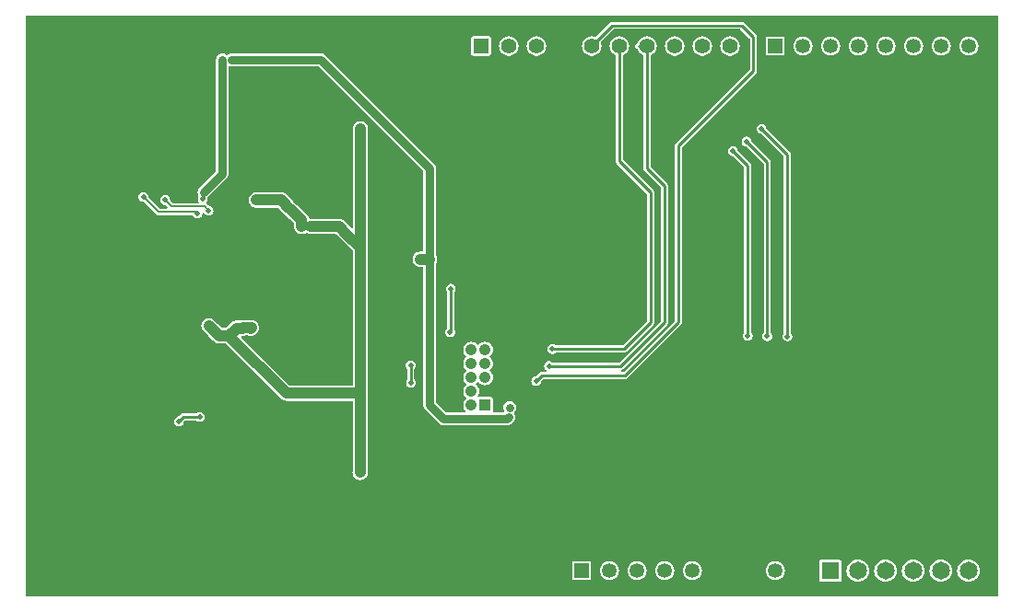
<source format=gbr>
%TF.GenerationSoftware,KiCad,Pcbnew,7.0.10*%
%TF.CreationDate,2024-02-28T21:34:31+00:00*%
%TF.ProjectId,RF_Race_Car,52465f52-6163-4655-9f43-61722e6b6963,rev?*%
%TF.SameCoordinates,Original*%
%TF.FileFunction,Copper,L2,Bot*%
%TF.FilePolarity,Positive*%
%FSLAX46Y46*%
G04 Gerber Fmt 4.6, Leading zero omitted, Abs format (unit mm)*
G04 Created by KiCad (PCBNEW 7.0.10) date 2024-02-28 21:34:31*
%MOMM*%
%LPD*%
G01*
G04 APERTURE LIST*
%TA.AperFunction,ComponentPad*%
%ADD10R,1.350000X1.350000*%
%TD*%
%TA.AperFunction,ComponentPad*%
%ADD11C,1.350000*%
%TD*%
%TA.AperFunction,ComponentPad*%
%ADD12R,1.398000X1.398000*%
%TD*%
%TA.AperFunction,ComponentPad*%
%ADD13C,1.398000*%
%TD*%
%TA.AperFunction,ComponentPad*%
%ADD14R,1.050000X1.050000*%
%TD*%
%TA.AperFunction,ComponentPad*%
%ADD15C,1.050000*%
%TD*%
%TA.AperFunction,ComponentPad*%
%ADD16R,1.650000X1.650000*%
%TD*%
%TA.AperFunction,ComponentPad*%
%ADD17C,1.650000*%
%TD*%
%TA.AperFunction,SMDPad,CuDef*%
%ADD18R,5.600000X1.650000*%
%TD*%
%TA.AperFunction,ViaPad*%
%ADD19C,0.500000*%
%TD*%
%TA.AperFunction,Conductor*%
%ADD20C,0.200000*%
%TD*%
%TA.AperFunction,Conductor*%
%ADD21C,0.250000*%
%TD*%
%TA.AperFunction,Conductor*%
%ADD22C,0.750000*%
%TD*%
%TA.AperFunction,Conductor*%
%ADD23C,1.000000*%
%TD*%
G04 APERTURE END LIST*
D10*
%TO.P,J5,1,1*%
%TO.N,unconnected-(J5-Pad1)*%
X168910000Y-64770000D03*
D11*
%TO.P,J5,2,2*%
%TO.N,unconnected-(J5-Pad2)*%
X171450000Y-64770000D03*
%TO.P,J5,3,3*%
%TO.N,unconnected-(J5-Pad3)*%
X173990000Y-64770000D03*
%TO.P,J5,4,4*%
%TO.N,unconnected-(J5-Pad4)*%
X176530000Y-64770000D03*
%TO.P,J5,5,5*%
%TO.N,unconnected-(J5-Pad5)*%
X179070000Y-64770000D03*
%TO.P,J5,6,6*%
%TO.N,/DIO_20_PB1*%
X181610000Y-64770000D03*
%TO.P,J5,7,7*%
%TO.N,/DIO_19*%
X184150000Y-64770000D03*
%TO.P,J5,8,8*%
%TO.N,/DIO_18*%
X186690000Y-64770000D03*
%TD*%
D10*
%TO.P,J3,1,1*%
%TO.N,unconnected-(J3-Pad1)*%
X151130000Y-113030000D03*
D11*
%TO.P,J3,2,2*%
%TO.N,unconnected-(J3-Pad2)*%
X153670000Y-113030000D03*
%TO.P,J3,3,3*%
%TO.N,unconnected-(J3-Pad3)*%
X156210000Y-113030000D03*
%TO.P,J3,4,4*%
%TO.N,+3.3V*%
X158750000Y-113030000D03*
%TO.P,J3,5,5*%
%TO.N,unconnected-(J3-Pad5)*%
X161290000Y-113030000D03*
%TO.P,J3,6,6*%
%TO.N,GND*%
X163830000Y-113030000D03*
%TO.P,J3,7,7*%
X166370000Y-113030000D03*
%TO.P,J3,8,8*%
%TO.N,unconnected-(J3-Pad8)*%
X168910000Y-113030000D03*
%TD*%
D12*
%TO.P,J4,1,1*%
%TO.N,unconnected-(J4-Pad1)*%
X141888505Y-64770000D03*
D13*
%TO.P,J4,2,2*%
%TO.N,unconnected-(J4-Pad2)*%
X144428505Y-64770000D03*
%TO.P,J4,3,3*%
%TO.N,unconnected-(J4-Pad3)*%
X146968505Y-64770000D03*
%TO.P,J4,4,4*%
%TO.N,GND*%
X149508505Y-64770000D03*
%TO.P,J4,5,5*%
%TO.N,/DIO_7_SPI_SCK*%
X152048505Y-64770000D03*
%TO.P,J4,6,6*%
%TO.N,/DIO_6_SPI_CIPO*%
X154588505Y-64770000D03*
%TO.P,J4,7,7*%
%TO.N,/DIO_5_SPI_COPI*%
X157128505Y-64770000D03*
%TO.P,J4,8,8*%
%TO.N,/DIO_4_SPI_CS*%
X159668505Y-64770000D03*
%TO.P,J4,9,9*%
%TO.N,unconnected-(J4-Pad9)*%
X162208505Y-64770000D03*
%TO.P,J4,10,10*%
%TO.N,unconnected-(J4-Pad10)*%
X164748505Y-64770000D03*
%TD*%
D14*
%TO.P,J2,1,1*%
%TO.N,/VDDR*%
X142240000Y-97790000D03*
D15*
%TO.P,J2,2,2*%
%TO.N,/JTAG_TMSC*%
X140970000Y-97790000D03*
%TO.P,J2,3,3*%
%TO.N,GND*%
X142240000Y-96520000D03*
%TO.P,J2,4,4*%
%TO.N,/JTAG_TCKC*%
X140970000Y-96520000D03*
%TO.P,J2,5,5*%
%TO.N,/DIO_7_SPI_SCK*%
X142240000Y-95250000D03*
%TO.P,J2,6,6*%
%TO.N,/DIO_17_JTAG_TDI*%
X140970000Y-95250000D03*
%TO.P,J2,7,7*%
%TO.N,/DIO_5_SPI_COPI*%
X142240000Y-93980000D03*
%TO.P,J2,8,8*%
%TO.N,/DIO_16_JTAG_TDO*%
X140970000Y-93980000D03*
%TO.P,J2,9,9*%
%TO.N,/DIO_6_SPI_CIPO*%
X142240000Y-92710000D03*
%TO.P,J2,10,10*%
%TO.N,/RESET_N*%
X140970000Y-92710000D03*
%TD*%
D16*
%TO.P,J7,01,01*%
%TO.N,unconnected-(J7-Pad01)*%
X173950000Y-113050000D03*
D17*
%TO.P,J7,02,02*%
%TO.N,unconnected-(J7-Pad02)*%
X176490000Y-113050000D03*
%TO.P,J7,03,03*%
%TO.N,unconnected-(J7-Pad03)*%
X179030000Y-113050000D03*
%TO.P,J7,04,04*%
%TO.N,/DIO_23*%
X181570000Y-113050000D03*
%TO.P,J7,05,05*%
%TO.N,/DIO_24*%
X184110000Y-113050000D03*
%TO.P,J7,06,06*%
%TO.N,/DIO_25*%
X186650000Y-113050000D03*
%TD*%
D18*
%TO.P,J1,4*%
%TO.N,GND*%
X102950000Y-86700000D03*
%TO.P,J1,5*%
X102950000Y-78450000D03*
%TD*%
D19*
%TO.N,GND*%
X120650000Y-69850000D03*
X121266760Y-100991650D03*
X105410000Y-95250000D03*
X107584017Y-84005205D03*
X109158264Y-84066940D03*
X125730000Y-69850000D03*
X106680000Y-66040000D03*
X134620000Y-91440000D03*
X133350000Y-86360000D03*
X140970000Y-86360000D03*
X111760000Y-69850000D03*
X105410000Y-69850000D03*
X109220000Y-67310000D03*
X104140000Y-67310000D03*
X172469819Y-80853170D03*
X140298189Y-73017418D03*
X139700000Y-78740000D03*
X148590000Y-77470000D03*
X144780000Y-76200000D03*
X146050000Y-69850000D03*
X143510000Y-68580000D03*
X133350000Y-69850000D03*
X135890000Y-69850000D03*
X124460000Y-68580000D03*
X125730000Y-63500000D03*
X121920000Y-63500000D03*
X118110000Y-63500000D03*
X109220000Y-63500000D03*
X105410000Y-63500000D03*
X101600000Y-63500000D03*
X101600000Y-64770000D03*
X101600000Y-68580000D03*
X105410000Y-73660000D03*
X101940716Y-76297322D03*
X132239380Y-83201330D03*
X126373279Y-86034105D03*
X125730000Y-91440000D03*
X134620000Y-77470000D03*
X139700000Y-81280000D03*
X142240000Y-82550000D03*
X146050000Y-86360000D03*
X152400000Y-91440000D03*
X146050000Y-91440000D03*
X158750000Y-99060000D03*
X166370000Y-102870000D03*
X168910000Y-105410000D03*
X175260000Y-105410000D03*
X176049747Y-103765654D03*
X175260000Y-67310000D03*
X187960000Y-73660000D03*
X187960000Y-77470000D03*
X187960000Y-81280000D03*
X187960000Y-85090000D03*
X187960000Y-91440000D03*
X185420000Y-100330000D03*
X181610000Y-93980000D03*
X172720000Y-95250000D03*
X172720000Y-91440000D03*
X172720000Y-87630000D03*
X175260000Y-85090000D03*
X175260000Y-96520000D03*
X158750000Y-102870000D03*
X152400000Y-99060000D03*
X149860000Y-105410000D03*
X133350000Y-106680000D03*
X124460000Y-113030000D03*
X125730000Y-109220000D03*
X128270000Y-106680000D03*
X109220000Y-105410000D03*
X104140000Y-92710000D03*
X104140000Y-97790000D03*
X105410000Y-105410000D03*
X110490000Y-111760000D03*
X104140000Y-113030000D03*
X101600000Y-106680000D03*
X101600000Y-100330000D03*
X101187360Y-98000931D03*
X101600000Y-95250000D03*
X101395449Y-92776131D03*
X100925976Y-90611339D03*
X104903654Y-84039087D03*
X104321358Y-80671892D03*
X102346612Y-80747843D03*
X100700990Y-80773161D03*
X101600000Y-88900000D03*
X102870000Y-88900000D03*
X105410000Y-88900000D03*
X106680000Y-101600000D03*
X111094913Y-100490944D03*
X113030000Y-95250000D03*
X121444188Y-98803293D03*
X120650000Y-96520000D03*
X121255956Y-91976035D03*
X118945416Y-89504984D03*
X119140000Y-84890000D03*
X116920000Y-82670000D03*
X119030000Y-82720000D03*
X116930000Y-84930000D03*
X153180000Y-68840000D03*
X157930000Y-67080000D03*
X119170000Y-87050000D03*
X156210000Y-71330000D03*
X161190000Y-70870000D03*
X168910000Y-70798146D03*
X123650000Y-84450000D03*
X151740000Y-68350000D03*
X153200000Y-67090000D03*
X138720000Y-97550000D03*
X116840000Y-87160000D03*
X157380000Y-107960000D03*
X181730000Y-105290000D03*
X115059343Y-88584913D03*
X173120000Y-107200000D03*
X136850000Y-114270000D03*
X141360000Y-108140000D03*
X161400000Y-67060000D03*
X146900000Y-105200000D03*
X135930000Y-99540000D03*
X150840000Y-66960000D03*
X155590000Y-67290000D03*
X181520000Y-109210000D03*
X119010000Y-108910000D03*
X145550000Y-114250000D03*
X110150000Y-114360000D03*
X121200000Y-84890000D03*
X124200000Y-114310000D03*
X146230000Y-80150000D03*
X101250000Y-110660000D03*
X163440000Y-86940000D03*
X117900000Y-109220000D03*
X163150000Y-67080000D03*
X178530000Y-108860000D03*
X167290000Y-96030000D03*
X188490000Y-68290000D03*
X166430000Y-69150000D03*
X167390000Y-93730000D03*
X150736203Y-101186527D03*
X145910000Y-96540000D03*
X129570000Y-114290000D03*
X163860000Y-83850000D03*
X168080000Y-108800000D03*
X147320000Y-114230000D03*
X163600000Y-77250000D03*
X167640000Y-73510000D03*
X154820000Y-96130000D03*
X131320000Y-114270000D03*
X155670000Y-97160000D03*
X164460000Y-110650000D03*
X136590000Y-103930000D03*
X121360000Y-87130000D03*
X136880000Y-99540000D03*
X121280000Y-82670000D03*
X162410000Y-80480000D03*
X161320000Y-101330000D03*
X156810000Y-104530000D03*
X169200299Y-96693666D03*
X112660000Y-107660000D03*
X116260000Y-114340000D03*
X174900000Y-108270000D03*
X145800000Y-97810000D03*
X120070000Y-113010000D03*
X134840000Y-114270000D03*
X168350000Y-110650000D03*
X128490000Y-111830000D03*
X169200000Y-80700000D03*
X118680000Y-104600000D03*
X157830000Y-94210000D03*
X186000000Y-108970000D03*
X147650000Y-93470000D03*
X164493003Y-68008449D03*
X154400000Y-97230000D03*
X154080000Y-75960000D03*
X144650000Y-105430000D03*
X170300000Y-110630000D03*
X167160000Y-76410000D03*
X125970000Y-114290000D03*
X162190000Y-78630000D03*
X176400000Y-76420000D03*
X177090000Y-110580000D03*
X137990000Y-110520000D03*
X117110000Y-67700000D03*
X144240000Y-94750000D03*
X109360000Y-80070000D03*
X155930000Y-101270000D03*
X170120000Y-67090000D03*
X147960000Y-108080000D03*
X114490000Y-114360000D03*
X162800000Y-106250000D03*
X107640000Y-81000000D03*
X115770000Y-73200000D03*
X150260000Y-69770000D03*
X156210000Y-75820000D03*
X160760000Y-110610000D03*
X155760000Y-107220000D03*
X160350000Y-91630000D03*
X175630000Y-88160000D03*
X149170000Y-110610000D03*
X156740000Y-109230000D03*
X103360000Y-84040000D03*
X165190000Y-88230000D03*
X107580000Y-108190000D03*
X135640000Y-97500000D03*
X101210000Y-103370000D03*
X101220000Y-114380000D03*
X124890000Y-98460000D03*
X121100000Y-74960000D03*
X108210000Y-114360000D03*
X121830000Y-104870000D03*
X161920000Y-95700000D03*
X116830000Y-71760000D03*
X138200000Y-107940000D03*
X162560000Y-99490000D03*
X124310000Y-100660000D03*
X155690000Y-69360000D03*
X146950000Y-99030000D03*
X113040000Y-62630000D03*
X154420000Y-110610000D03*
X116480000Y-68760000D03*
X164600000Y-85540000D03*
X101090000Y-73710000D03*
X166240000Y-99370000D03*
X105010000Y-109500000D03*
X164860000Y-93630000D03*
X139810000Y-105430000D03*
X100710000Y-84010000D03*
X153140000Y-96560000D03*
X159010000Y-110590000D03*
X108540000Y-85430000D03*
X178470000Y-74760000D03*
X155210000Y-87310000D03*
X172500000Y-75540000D03*
X188460000Y-98090000D03*
X182080000Y-76140000D03*
X171540000Y-101770000D03*
X145500000Y-93320000D03*
X175630000Y-92160000D03*
X153340000Y-105830000D03*
X123390000Y-101580000D03*
X159960000Y-93280000D03*
X104980000Y-76530000D03*
X122580000Y-76250000D03*
X162320000Y-104530000D03*
X150250000Y-74900000D03*
X101060000Y-66690000D03*
X123090000Y-70570000D03*
X134730000Y-112750000D03*
X140250000Y-90450000D03*
X147480000Y-81060000D03*
X188500000Y-103520000D03*
X114419997Y-98102640D03*
X129540000Y-86360000D03*
X116470000Y-102730000D03*
X107240000Y-97150000D03*
X101070000Y-71960000D03*
X120060000Y-67370000D03*
X138750000Y-111830000D03*
X145940000Y-94900000D03*
X159410000Y-80960000D03*
X134410000Y-79970000D03*
X155980000Y-81440000D03*
X144560000Y-107860000D03*
X142900000Y-91160000D03*
X141600000Y-105260000D03*
X111050000Y-85380000D03*
X140320000Y-114250000D03*
X132770000Y-91900000D03*
X120060000Y-77080000D03*
X143580000Y-112700000D03*
X185660000Y-72650000D03*
X116210000Y-96820000D03*
X153740000Y-102180000D03*
X161070000Y-92230000D03*
X128790000Y-97710000D03*
X161250000Y-77430000D03*
%TO.N,/DIO_17_JTAG_TDI*%
X135450884Y-95743014D03*
X135422813Y-94141541D03*
%TO.N,/DIO_7_SPI_SCK*%
X146950000Y-95600000D03*
%TO.N,/DIO_5_SPI_COPI*%
X148127164Y-94222836D03*
%TO.N,/DIO_6_SPI_CIPO*%
X116024994Y-98911445D03*
X148439401Y-92651581D03*
X114125306Y-99300000D03*
%TO.N,/VDDR*%
X118941786Y-66017607D03*
X118110000Y-66040000D03*
X137160000Y-84394307D03*
X144480685Y-98015954D03*
X144443823Y-98914389D03*
X116314950Y-78860000D03*
X116850000Y-77780000D03*
X136296235Y-84394307D03*
%TO.N,/RESET_N*%
X139100000Y-87100000D03*
X139050000Y-91100000D03*
%TO.N,/VDDS*%
X130811068Y-73256565D03*
X130780000Y-104009434D03*
X130810000Y-72390000D03*
X119983992Y-90734787D03*
X130780000Y-103210567D03*
X117464767Y-91085234D03*
X116889766Y-90510234D03*
X121250000Y-78950000D03*
X126204930Y-81364865D03*
X121950000Y-78950000D03*
X125398704Y-81364865D03*
X120779211Y-90692033D03*
%TO.N,/DIO_23*%
X166370000Y-91440000D03*
X165032976Y-74453933D03*
%TO.N,/DIO_24*%
X166272914Y-73549113D03*
X168178512Y-91471422D03*
%TO.N,/X24M_N*%
X112861393Y-78934363D03*
X116840000Y-79900000D03*
%TO.N,/X24M_P*%
X110870337Y-78652730D03*
X115831380Y-80181773D03*
%TO.N,/DIO_25*%
X170027403Y-91489372D03*
X167640000Y-72390000D03*
%TD*%
D20*
%TO.N,/X24M_N*%
X116840000Y-79900000D02*
X116490000Y-79550000D01*
X116490000Y-79550000D02*
X113477030Y-79550000D01*
X113477030Y-79550000D02*
X112861393Y-78934363D01*
%TO.N,/X24M_P*%
X115679607Y-80030000D02*
X112247607Y-80030000D01*
X112247607Y-80030000D02*
X110870337Y-78652730D01*
X115831380Y-80181773D02*
X115679607Y-80030000D01*
D21*
%TO.N,GND*%
X102550000Y-87303381D02*
X103136663Y-86716718D01*
%TO.N,/DIO_17_JTAG_TDI*%
X135422813Y-95714943D02*
X135450884Y-95743014D01*
X135422813Y-94141541D02*
X135422813Y-95714943D01*
%TO.N,/DIO_7_SPI_SCK*%
X153938026Y-62880479D02*
X152048505Y-64770000D01*
X166907177Y-63961860D02*
X165825796Y-62880479D01*
X165825796Y-62880479D02*
X153938026Y-62880479D01*
X147475257Y-95074743D02*
X155115257Y-95074743D01*
X146950000Y-95600000D02*
X147475257Y-95074743D01*
X155115257Y-95074743D02*
X160020000Y-90170000D01*
X166907177Y-67074358D02*
X166907177Y-63961860D01*
X160020000Y-73961535D02*
X166907177Y-67074358D01*
X160020000Y-90170000D02*
X160020000Y-73961535D01*
%TO.N,/DIO_5_SPI_COPI*%
X158750000Y-90170000D02*
X158750000Y-77661128D01*
X158750000Y-77661128D02*
X157128505Y-76039633D01*
X154670000Y-94250000D02*
X158750000Y-90170000D01*
X148127164Y-94222836D02*
X148154328Y-94250000D01*
X157128505Y-76039633D02*
X157128505Y-64770000D01*
X148154328Y-94250000D02*
X154670000Y-94250000D01*
X156389429Y-64770000D02*
X157128505Y-64770000D01*
%TO.N,/DIO_6_SPI_CIPO*%
X157480000Y-78260083D02*
X154588505Y-75368588D01*
X154998419Y-92651581D02*
X157480000Y-90170000D01*
X157480000Y-90170000D02*
X157480000Y-78260083D01*
X154588505Y-75368588D02*
X154588505Y-64770000D01*
X114513861Y-98911445D02*
X114125306Y-99300000D01*
X116024994Y-98911445D02*
X114513861Y-98911445D01*
X148439401Y-92651581D02*
X154998419Y-92651581D01*
D22*
%TO.N,/VDDR*%
X116850000Y-77780000D02*
X116430000Y-78200000D01*
X144443823Y-98914389D02*
X144298212Y-99060000D01*
X137160000Y-76014221D02*
X127185779Y-66040000D01*
D23*
X136296235Y-84394307D02*
X137160000Y-84394307D01*
D22*
X144480685Y-98015954D02*
X144554046Y-98015954D01*
X144298212Y-99060000D02*
X138430000Y-99060000D01*
X137160000Y-97790000D02*
X137160000Y-83880000D01*
X137160000Y-83880000D02*
X137160000Y-76014221D01*
X116850000Y-77780000D02*
X118110000Y-76520000D01*
X118964179Y-66040000D02*
X118941786Y-66017607D01*
X118110000Y-76520000D02*
X118110000Y-66040000D01*
D21*
X116430000Y-78200000D02*
X116430000Y-78744950D01*
D22*
X138430000Y-99060000D02*
X137160000Y-97790000D01*
D21*
X116430000Y-78744950D02*
X116314950Y-78860000D01*
D22*
X127185779Y-66040000D02*
X118964179Y-66040000D01*
D21*
%TO.N,/RESET_N*%
X139050000Y-91100000D02*
X139100000Y-91050000D01*
X139100000Y-91050000D02*
X139100000Y-87100000D01*
D23*
%TO.N,/VDDS*%
X119415154Y-90734787D02*
X119983992Y-90734787D01*
X130810000Y-73257633D02*
X130811068Y-73256565D01*
X123950000Y-79405635D02*
X124594365Y-80050000D01*
X121950000Y-78950000D02*
X121250000Y-78950000D01*
X130810000Y-83353238D02*
X130810000Y-96720000D01*
X125398704Y-80798704D02*
X125398704Y-81364865D01*
X124650000Y-80050000D02*
X125398704Y-80798704D01*
X123550000Y-78950000D02*
X123950000Y-79350000D01*
X130810000Y-96720000D02*
X124015145Y-96720000D01*
X120779211Y-90692033D02*
X120745008Y-90734787D01*
X125398704Y-81364865D02*
X125412849Y-81379010D01*
X117806930Y-91427398D02*
X118722543Y-91427398D01*
X130810000Y-72390000D02*
X130810000Y-73255497D01*
X130810000Y-103979434D02*
X130810000Y-96720000D01*
X124015145Y-96720000D02*
X118722543Y-91427398D01*
X130780000Y-103210567D02*
X130780000Y-104009434D01*
X128835772Y-81379010D02*
X126204930Y-81364865D01*
X124594365Y-80050000D02*
X124650000Y-80050000D01*
X118722543Y-91427398D02*
X119415154Y-90734787D01*
D21*
X120026746Y-90692033D02*
X119983992Y-90734787D01*
D23*
X130810000Y-83353238D02*
X130810000Y-73257633D01*
X130780000Y-104009434D02*
X130810000Y-103979434D01*
X121250000Y-78950000D02*
X123550000Y-78950000D01*
X116889766Y-90510234D02*
X117806930Y-91427398D01*
X130810000Y-83353238D02*
X129557132Y-82100370D01*
X123950000Y-79350000D02*
X123950000Y-79405635D01*
X120745008Y-90734787D02*
X120702254Y-90734787D01*
D21*
X130810000Y-73255497D02*
X130811068Y-73256565D01*
D23*
X120779211Y-90692033D02*
X120026746Y-90692033D01*
X129557132Y-82100370D02*
X128835772Y-81379010D01*
D21*
%TO.N,/DIO_23*%
X165032976Y-74453933D02*
X166370000Y-75790957D01*
X166370000Y-75790957D02*
X166370000Y-91440000D01*
%TO.N,/DIO_24*%
X168178512Y-75454711D02*
X168178512Y-91471422D01*
X166272914Y-73549113D02*
X168178512Y-75454711D01*
D20*
%TO.N,/X24M_N*%
X112861393Y-78934363D02*
X112839797Y-79074737D01*
D21*
%TO.N,/DIO_25*%
X170027403Y-74777403D02*
X170027403Y-91489372D01*
X167640000Y-72390000D02*
X170027403Y-74777403D01*
%TD*%
%TA.AperFunction,Conductor*%
%TO.N,GND*%
G36*
X189388690Y-61989510D02*
G01*
X189424654Y-62039010D01*
X189429499Y-62069603D01*
X189429499Y-115280603D01*
X189410592Y-115338794D01*
X189361092Y-115374758D01*
X189330499Y-115379603D01*
X100159499Y-115379603D01*
X100101308Y-115360696D01*
X100065344Y-115311196D01*
X100060499Y-115280603D01*
X100060499Y-113724746D01*
X150254500Y-113724746D01*
X150254501Y-113724758D01*
X150266132Y-113783227D01*
X150266134Y-113783233D01*
X150272249Y-113792384D01*
X150310448Y-113849552D01*
X150376769Y-113893867D01*
X150421231Y-113902711D01*
X150435241Y-113905498D01*
X150435246Y-113905498D01*
X150435252Y-113905500D01*
X150435253Y-113905500D01*
X151824747Y-113905500D01*
X151824748Y-113905500D01*
X151883231Y-113893867D01*
X151949552Y-113849552D01*
X151993867Y-113783231D01*
X152005500Y-113724748D01*
X152005500Y-113030000D01*
X152789678Y-113030000D01*
X152808916Y-113213034D01*
X152865784Y-113388054D01*
X152865790Y-113388068D01*
X152898283Y-113444346D01*
X152957805Y-113547440D01*
X153080950Y-113684207D01*
X153229839Y-113792381D01*
X153229843Y-113792383D01*
X153229845Y-113792384D01*
X153285485Y-113817156D01*
X153397966Y-113867236D01*
X153577981Y-113905500D01*
X153577983Y-113905500D01*
X153762017Y-113905500D01*
X153762019Y-113905500D01*
X153942034Y-113867236D01*
X154110161Y-113792381D01*
X154259050Y-113684207D01*
X154382195Y-113547440D01*
X154474214Y-113388059D01*
X154531085Y-113213029D01*
X154550322Y-113030000D01*
X155329678Y-113030000D01*
X155348916Y-113213034D01*
X155405784Y-113388054D01*
X155405790Y-113388068D01*
X155438283Y-113444346D01*
X155497805Y-113547440D01*
X155620950Y-113684207D01*
X155769839Y-113792381D01*
X155769843Y-113792383D01*
X155769845Y-113792384D01*
X155825485Y-113817156D01*
X155937966Y-113867236D01*
X156117981Y-113905500D01*
X156117983Y-113905500D01*
X156302017Y-113905500D01*
X156302019Y-113905500D01*
X156482034Y-113867236D01*
X156650161Y-113792381D01*
X156799050Y-113684207D01*
X156922195Y-113547440D01*
X157014214Y-113388059D01*
X157071085Y-113213029D01*
X157090322Y-113030000D01*
X157869678Y-113030000D01*
X157888916Y-113213034D01*
X157945784Y-113388054D01*
X157945790Y-113388068D01*
X157978283Y-113444346D01*
X158037805Y-113547440D01*
X158160950Y-113684207D01*
X158309839Y-113792381D01*
X158309843Y-113792383D01*
X158309845Y-113792384D01*
X158365485Y-113817156D01*
X158477966Y-113867236D01*
X158657981Y-113905500D01*
X158657983Y-113905500D01*
X158842017Y-113905500D01*
X158842019Y-113905500D01*
X159022034Y-113867236D01*
X159190161Y-113792381D01*
X159339050Y-113684207D01*
X159462195Y-113547440D01*
X159554214Y-113388059D01*
X159611085Y-113213029D01*
X159630322Y-113030000D01*
X160409678Y-113030000D01*
X160428916Y-113213034D01*
X160485784Y-113388054D01*
X160485790Y-113388068D01*
X160518283Y-113444346D01*
X160577805Y-113547440D01*
X160700950Y-113684207D01*
X160849839Y-113792381D01*
X160849843Y-113792383D01*
X160849845Y-113792384D01*
X160905485Y-113817156D01*
X161017966Y-113867236D01*
X161197981Y-113905500D01*
X161197983Y-113905500D01*
X161382017Y-113905500D01*
X161382019Y-113905500D01*
X161562034Y-113867236D01*
X161730161Y-113792381D01*
X161879050Y-113684207D01*
X162002195Y-113547440D01*
X162094214Y-113388059D01*
X162151085Y-113213029D01*
X162170322Y-113030000D01*
X168029678Y-113030000D01*
X168048916Y-113213034D01*
X168105784Y-113388054D01*
X168105790Y-113388068D01*
X168138283Y-113444346D01*
X168197805Y-113547440D01*
X168320950Y-113684207D01*
X168469839Y-113792381D01*
X168469843Y-113792383D01*
X168469845Y-113792384D01*
X168525485Y-113817156D01*
X168637966Y-113867236D01*
X168817981Y-113905500D01*
X168817983Y-113905500D01*
X169002017Y-113905500D01*
X169002019Y-113905500D01*
X169052612Y-113894746D01*
X172924500Y-113894746D01*
X172924501Y-113894758D01*
X172936132Y-113953227D01*
X172936134Y-113953233D01*
X172968735Y-114002023D01*
X172980448Y-114019552D01*
X173046769Y-114063867D01*
X173091231Y-114072711D01*
X173105241Y-114075498D01*
X173105246Y-114075498D01*
X173105252Y-114075500D01*
X173105253Y-114075500D01*
X174794747Y-114075500D01*
X174794748Y-114075500D01*
X174853231Y-114063867D01*
X174919552Y-114019552D01*
X174963867Y-113953231D01*
X174975500Y-113894748D01*
X174975500Y-113050003D01*
X175459538Y-113050003D01*
X175479336Y-113251028D01*
X175479337Y-113251033D01*
X175537977Y-113444341D01*
X175537979Y-113444346D01*
X175633199Y-113622491D01*
X175761348Y-113778641D01*
X175761353Y-113778647D01*
X175761358Y-113778651D01*
X175917508Y-113906800D01*
X176095653Y-114002020D01*
X176095659Y-114002023D01*
X176230327Y-114042873D01*
X176288966Y-114060662D01*
X176288971Y-114060663D01*
X176489997Y-114080462D01*
X176490000Y-114080462D01*
X176490003Y-114080462D01*
X176691028Y-114060663D01*
X176691033Y-114060662D01*
X176884341Y-114002023D01*
X176964925Y-113958949D01*
X177062491Y-113906800D01*
X177062492Y-113906798D01*
X177062494Y-113906798D01*
X177218647Y-113778647D01*
X177346798Y-113622494D01*
X177386918Y-113547436D01*
X177442020Y-113444346D01*
X177442023Y-113444341D01*
X177500662Y-113251033D01*
X177500663Y-113251028D01*
X177520462Y-113050003D01*
X177999538Y-113050003D01*
X178019336Y-113251028D01*
X178019337Y-113251033D01*
X178077977Y-113444341D01*
X178077979Y-113444346D01*
X178173199Y-113622491D01*
X178301348Y-113778641D01*
X178301353Y-113778647D01*
X178301358Y-113778651D01*
X178457508Y-113906800D01*
X178635653Y-114002020D01*
X178635659Y-114002023D01*
X178770327Y-114042873D01*
X178828966Y-114060662D01*
X178828971Y-114060663D01*
X179029997Y-114080462D01*
X179030000Y-114080462D01*
X179030003Y-114080462D01*
X179231028Y-114060663D01*
X179231033Y-114060662D01*
X179424341Y-114002023D01*
X179504925Y-113958949D01*
X179602491Y-113906800D01*
X179602492Y-113906798D01*
X179602494Y-113906798D01*
X179758647Y-113778647D01*
X179886798Y-113622494D01*
X179926918Y-113547436D01*
X179982020Y-113444346D01*
X179982023Y-113444341D01*
X180040662Y-113251033D01*
X180040663Y-113251028D01*
X180060462Y-113050003D01*
X180539538Y-113050003D01*
X180559336Y-113251028D01*
X180559337Y-113251033D01*
X180617977Y-113444341D01*
X180617979Y-113444346D01*
X180713199Y-113622491D01*
X180841348Y-113778641D01*
X180841353Y-113778647D01*
X180841358Y-113778651D01*
X180997508Y-113906800D01*
X181175653Y-114002020D01*
X181175659Y-114002023D01*
X181310327Y-114042873D01*
X181368966Y-114060662D01*
X181368971Y-114060663D01*
X181569997Y-114080462D01*
X181570000Y-114080462D01*
X181570003Y-114080462D01*
X181771028Y-114060663D01*
X181771033Y-114060662D01*
X181964341Y-114002023D01*
X182044925Y-113958949D01*
X182142491Y-113906800D01*
X182142492Y-113906798D01*
X182142494Y-113906798D01*
X182298647Y-113778647D01*
X182426798Y-113622494D01*
X182466918Y-113547436D01*
X182522020Y-113444346D01*
X182522023Y-113444341D01*
X182580662Y-113251033D01*
X182580663Y-113251028D01*
X182600462Y-113050003D01*
X183079538Y-113050003D01*
X183099336Y-113251028D01*
X183099337Y-113251033D01*
X183157977Y-113444341D01*
X183157979Y-113444346D01*
X183253199Y-113622491D01*
X183381348Y-113778641D01*
X183381353Y-113778647D01*
X183381358Y-113778651D01*
X183537508Y-113906800D01*
X183715653Y-114002020D01*
X183715659Y-114002023D01*
X183850327Y-114042873D01*
X183908966Y-114060662D01*
X183908971Y-114060663D01*
X184109997Y-114080462D01*
X184110000Y-114080462D01*
X184110003Y-114080462D01*
X184311028Y-114060663D01*
X184311033Y-114060662D01*
X184504341Y-114002023D01*
X184584925Y-113958949D01*
X184682491Y-113906800D01*
X184682492Y-113906798D01*
X184682494Y-113906798D01*
X184838647Y-113778647D01*
X184966798Y-113622494D01*
X185006918Y-113547436D01*
X185062020Y-113444346D01*
X185062023Y-113444341D01*
X185120662Y-113251033D01*
X185120663Y-113251028D01*
X185140462Y-113050003D01*
X185619538Y-113050003D01*
X185639336Y-113251028D01*
X185639337Y-113251033D01*
X185697977Y-113444341D01*
X185697979Y-113444346D01*
X185793199Y-113622491D01*
X185921348Y-113778641D01*
X185921353Y-113778647D01*
X185921358Y-113778651D01*
X186077508Y-113906800D01*
X186255653Y-114002020D01*
X186255659Y-114002023D01*
X186390327Y-114042873D01*
X186448966Y-114060662D01*
X186448971Y-114060663D01*
X186649997Y-114080462D01*
X186650000Y-114080462D01*
X186650003Y-114080462D01*
X186851028Y-114060663D01*
X186851033Y-114060662D01*
X187044341Y-114002023D01*
X187124925Y-113958949D01*
X187222491Y-113906800D01*
X187222492Y-113906798D01*
X187222494Y-113906798D01*
X187378647Y-113778647D01*
X187506798Y-113622494D01*
X187546918Y-113547436D01*
X187602020Y-113444346D01*
X187602023Y-113444341D01*
X187660662Y-113251033D01*
X187660663Y-113251028D01*
X187680462Y-113050003D01*
X187680462Y-113049996D01*
X187660663Y-112848971D01*
X187660662Y-112848966D01*
X187606963Y-112671945D01*
X187602023Y-112655659D01*
X187602020Y-112655653D01*
X187506800Y-112477508D01*
X187390054Y-112335252D01*
X187378647Y-112321353D01*
X187324321Y-112276769D01*
X187222491Y-112193199D01*
X187044346Y-112097979D01*
X187044341Y-112097977D01*
X186851033Y-112039337D01*
X186851028Y-112039336D01*
X186650003Y-112019538D01*
X186649997Y-112019538D01*
X186448971Y-112039336D01*
X186448966Y-112039337D01*
X186255658Y-112097977D01*
X186255653Y-112097979D01*
X186077508Y-112193199D01*
X185921358Y-112321348D01*
X185921348Y-112321358D01*
X185793199Y-112477508D01*
X185697979Y-112655653D01*
X185697977Y-112655658D01*
X185639337Y-112848966D01*
X185639336Y-112848971D01*
X185619538Y-113049996D01*
X185619538Y-113050003D01*
X185140462Y-113050003D01*
X185140462Y-113049996D01*
X185120663Y-112848971D01*
X185120662Y-112848966D01*
X185066963Y-112671945D01*
X185062023Y-112655659D01*
X185062020Y-112655653D01*
X184966800Y-112477508D01*
X184850054Y-112335252D01*
X184838647Y-112321353D01*
X184784321Y-112276769D01*
X184682491Y-112193199D01*
X184504346Y-112097979D01*
X184504341Y-112097977D01*
X184311033Y-112039337D01*
X184311028Y-112039336D01*
X184110003Y-112019538D01*
X184109997Y-112019538D01*
X183908971Y-112039336D01*
X183908966Y-112039337D01*
X183715658Y-112097977D01*
X183715653Y-112097979D01*
X183537508Y-112193199D01*
X183381358Y-112321348D01*
X183381348Y-112321358D01*
X183253199Y-112477508D01*
X183157979Y-112655653D01*
X183157977Y-112655658D01*
X183099337Y-112848966D01*
X183099336Y-112848971D01*
X183079538Y-113049996D01*
X183079538Y-113050003D01*
X182600462Y-113050003D01*
X182600462Y-113049996D01*
X182580663Y-112848971D01*
X182580662Y-112848966D01*
X182526963Y-112671945D01*
X182522023Y-112655659D01*
X182522020Y-112655653D01*
X182426800Y-112477508D01*
X182310054Y-112335252D01*
X182298647Y-112321353D01*
X182244321Y-112276769D01*
X182142491Y-112193199D01*
X181964346Y-112097979D01*
X181964341Y-112097977D01*
X181771033Y-112039337D01*
X181771028Y-112039336D01*
X181570003Y-112019538D01*
X181569997Y-112019538D01*
X181368971Y-112039336D01*
X181368966Y-112039337D01*
X181175658Y-112097977D01*
X181175653Y-112097979D01*
X180997508Y-112193199D01*
X180841358Y-112321348D01*
X180841348Y-112321358D01*
X180713199Y-112477508D01*
X180617979Y-112655653D01*
X180617977Y-112655658D01*
X180559337Y-112848966D01*
X180559336Y-112848971D01*
X180539538Y-113049996D01*
X180539538Y-113050003D01*
X180060462Y-113050003D01*
X180060462Y-113049996D01*
X180040663Y-112848971D01*
X180040662Y-112848966D01*
X179986963Y-112671945D01*
X179982023Y-112655659D01*
X179982020Y-112655653D01*
X179886800Y-112477508D01*
X179770054Y-112335252D01*
X179758647Y-112321353D01*
X179704321Y-112276769D01*
X179602491Y-112193199D01*
X179424346Y-112097979D01*
X179424341Y-112097977D01*
X179231033Y-112039337D01*
X179231028Y-112039336D01*
X179030003Y-112019538D01*
X179029997Y-112019538D01*
X178828971Y-112039336D01*
X178828966Y-112039337D01*
X178635658Y-112097977D01*
X178635653Y-112097979D01*
X178457508Y-112193199D01*
X178301358Y-112321348D01*
X178301348Y-112321358D01*
X178173199Y-112477508D01*
X178077979Y-112655653D01*
X178077977Y-112655658D01*
X178019337Y-112848966D01*
X178019336Y-112848971D01*
X177999538Y-113049996D01*
X177999538Y-113050003D01*
X177520462Y-113050003D01*
X177520462Y-113049996D01*
X177500663Y-112848971D01*
X177500662Y-112848966D01*
X177446963Y-112671945D01*
X177442023Y-112655659D01*
X177442020Y-112655653D01*
X177346800Y-112477508D01*
X177230054Y-112335252D01*
X177218647Y-112321353D01*
X177164321Y-112276769D01*
X177062491Y-112193199D01*
X176884346Y-112097979D01*
X176884341Y-112097977D01*
X176691033Y-112039337D01*
X176691028Y-112039336D01*
X176490003Y-112019538D01*
X176489997Y-112019538D01*
X176288971Y-112039336D01*
X176288966Y-112039337D01*
X176095658Y-112097977D01*
X176095653Y-112097979D01*
X175917508Y-112193199D01*
X175761358Y-112321348D01*
X175761348Y-112321358D01*
X175633199Y-112477508D01*
X175537979Y-112655653D01*
X175537977Y-112655658D01*
X175479337Y-112848966D01*
X175479336Y-112848971D01*
X175459538Y-113049996D01*
X175459538Y-113050003D01*
X174975500Y-113050003D01*
X174975500Y-112205252D01*
X174963867Y-112146769D01*
X174919552Y-112080448D01*
X174858028Y-112039338D01*
X174853233Y-112036134D01*
X174853231Y-112036133D01*
X174853228Y-112036132D01*
X174853227Y-112036132D01*
X174794758Y-112024501D01*
X174794748Y-112024500D01*
X173105252Y-112024500D01*
X173105251Y-112024500D01*
X173105241Y-112024501D01*
X173046772Y-112036132D01*
X173046766Y-112036134D01*
X172980451Y-112080445D01*
X172980445Y-112080451D01*
X172936134Y-112146766D01*
X172936132Y-112146772D01*
X172924501Y-112205241D01*
X172924500Y-112205253D01*
X172924500Y-113894746D01*
X169052612Y-113894746D01*
X169182034Y-113867236D01*
X169350161Y-113792381D01*
X169499050Y-113684207D01*
X169622195Y-113547440D01*
X169714214Y-113388059D01*
X169771085Y-113213029D01*
X169790322Y-113030000D01*
X169771085Y-112846971D01*
X169714214Y-112671941D01*
X169714211Y-112671936D01*
X169714209Y-112671931D01*
X169666935Y-112590052D01*
X169622195Y-112512560D01*
X169499050Y-112375793D01*
X169350161Y-112267619D01*
X169350157Y-112267617D01*
X169350154Y-112267615D01*
X169182036Y-112192765D01*
X169182034Y-112192764D01*
X169182031Y-112192763D01*
X169182030Y-112192763D01*
X169135135Y-112182795D01*
X169002019Y-112154500D01*
X168817981Y-112154500D01*
X168720797Y-112175157D01*
X168637969Y-112192763D01*
X168637963Y-112192765D01*
X168469845Y-112267615D01*
X168469842Y-112267617D01*
X168320948Y-112375794D01*
X168197803Y-112512562D01*
X168197803Y-112512563D01*
X168105790Y-112671931D01*
X168105784Y-112671945D01*
X168048916Y-112846965D01*
X168048915Y-112846969D01*
X168048915Y-112846971D01*
X168048705Y-112848971D01*
X168029678Y-113030000D01*
X162170322Y-113030000D01*
X162151085Y-112846971D01*
X162094214Y-112671941D01*
X162094211Y-112671936D01*
X162094209Y-112671931D01*
X162046935Y-112590052D01*
X162002195Y-112512560D01*
X161879050Y-112375793D01*
X161730161Y-112267619D01*
X161730157Y-112267617D01*
X161730154Y-112267615D01*
X161562036Y-112192765D01*
X161562034Y-112192764D01*
X161562031Y-112192763D01*
X161562030Y-112192763D01*
X161515135Y-112182795D01*
X161382019Y-112154500D01*
X161197981Y-112154500D01*
X161100797Y-112175157D01*
X161017969Y-112192763D01*
X161017963Y-112192765D01*
X160849845Y-112267615D01*
X160849842Y-112267617D01*
X160700948Y-112375794D01*
X160577803Y-112512562D01*
X160577803Y-112512563D01*
X160485790Y-112671931D01*
X160485784Y-112671945D01*
X160428916Y-112846965D01*
X160428915Y-112846969D01*
X160428915Y-112846971D01*
X160428705Y-112848971D01*
X160409678Y-113030000D01*
X159630322Y-113030000D01*
X159611085Y-112846971D01*
X159554214Y-112671941D01*
X159554211Y-112671936D01*
X159554209Y-112671931D01*
X159506935Y-112590052D01*
X159462195Y-112512560D01*
X159339050Y-112375793D01*
X159190161Y-112267619D01*
X159190157Y-112267617D01*
X159190154Y-112267615D01*
X159022036Y-112192765D01*
X159022034Y-112192764D01*
X159022031Y-112192763D01*
X159022030Y-112192763D01*
X158975135Y-112182795D01*
X158842019Y-112154500D01*
X158657981Y-112154500D01*
X158560797Y-112175157D01*
X158477969Y-112192763D01*
X158477963Y-112192765D01*
X158309845Y-112267615D01*
X158309842Y-112267617D01*
X158160948Y-112375794D01*
X158037803Y-112512562D01*
X158037803Y-112512563D01*
X157945790Y-112671931D01*
X157945784Y-112671945D01*
X157888916Y-112846965D01*
X157888915Y-112846969D01*
X157888915Y-112846971D01*
X157888705Y-112848971D01*
X157869678Y-113030000D01*
X157090322Y-113030000D01*
X157071085Y-112846971D01*
X157014214Y-112671941D01*
X157014211Y-112671936D01*
X157014209Y-112671931D01*
X156966935Y-112590052D01*
X156922195Y-112512560D01*
X156799050Y-112375793D01*
X156650161Y-112267619D01*
X156650157Y-112267617D01*
X156650154Y-112267615D01*
X156482036Y-112192765D01*
X156482034Y-112192764D01*
X156482031Y-112192763D01*
X156482030Y-112192763D01*
X156435135Y-112182795D01*
X156302019Y-112154500D01*
X156117981Y-112154500D01*
X156020797Y-112175157D01*
X155937969Y-112192763D01*
X155937963Y-112192765D01*
X155769845Y-112267615D01*
X155769842Y-112267617D01*
X155620948Y-112375794D01*
X155497803Y-112512562D01*
X155497803Y-112512563D01*
X155405790Y-112671931D01*
X155405784Y-112671945D01*
X155348916Y-112846965D01*
X155348915Y-112846969D01*
X155348915Y-112846971D01*
X155348705Y-112848971D01*
X155329678Y-113030000D01*
X154550322Y-113030000D01*
X154531085Y-112846971D01*
X154474214Y-112671941D01*
X154474211Y-112671936D01*
X154474209Y-112671931D01*
X154426935Y-112590052D01*
X154382195Y-112512560D01*
X154259050Y-112375793D01*
X154110161Y-112267619D01*
X154110157Y-112267617D01*
X154110154Y-112267615D01*
X153942036Y-112192765D01*
X153942034Y-112192764D01*
X153942031Y-112192763D01*
X153942030Y-112192763D01*
X153895135Y-112182795D01*
X153762019Y-112154500D01*
X153577981Y-112154500D01*
X153480797Y-112175157D01*
X153397969Y-112192763D01*
X153397963Y-112192765D01*
X153229845Y-112267615D01*
X153229842Y-112267617D01*
X153080948Y-112375794D01*
X152957803Y-112512562D01*
X152957803Y-112512563D01*
X152865790Y-112671931D01*
X152865784Y-112671945D01*
X152808916Y-112846965D01*
X152808915Y-112846969D01*
X152808915Y-112846971D01*
X152808705Y-112848971D01*
X152789678Y-113030000D01*
X152005500Y-113030000D01*
X152005500Y-112335252D01*
X151993867Y-112276769D01*
X151949552Y-112210448D01*
X151949548Y-112210445D01*
X151883233Y-112166134D01*
X151883231Y-112166133D01*
X151883228Y-112166132D01*
X151883227Y-112166132D01*
X151824758Y-112154501D01*
X151824748Y-112154500D01*
X150435252Y-112154500D01*
X150435251Y-112154500D01*
X150435241Y-112154501D01*
X150376772Y-112166132D01*
X150376766Y-112166134D01*
X150310451Y-112210445D01*
X150310445Y-112210451D01*
X150266134Y-112276766D01*
X150266132Y-112276772D01*
X150254501Y-112335241D01*
X150254500Y-112335253D01*
X150254500Y-113724746D01*
X100060499Y-113724746D01*
X100060499Y-99300002D01*
X113670173Y-99300002D01*
X113688608Y-99428225D01*
X113718470Y-99493612D01*
X113742424Y-99546063D01*
X113824222Y-99640464D01*
X113827258Y-99643968D01*
X113936232Y-99714001D01*
X113936237Y-99714004D01*
X114060534Y-99750500D01*
X114060536Y-99750500D01*
X114190076Y-99750500D01*
X114190078Y-99750500D01*
X114314375Y-99714004D01*
X114423355Y-99643967D01*
X114508188Y-99546063D01*
X114562003Y-99428226D01*
X114574877Y-99338677D01*
X114601870Y-99283774D01*
X114602773Y-99282857D01*
X114619695Y-99265937D01*
X114674213Y-99238163D01*
X114689694Y-99236945D01*
X115669141Y-99236945D01*
X115722664Y-99252661D01*
X115835920Y-99325446D01*
X115835925Y-99325449D01*
X115960222Y-99361945D01*
X115960224Y-99361945D01*
X116089764Y-99361945D01*
X116089766Y-99361945D01*
X116214063Y-99325449D01*
X116323043Y-99255412D01*
X116407876Y-99157508D01*
X116461691Y-99039671D01*
X116480127Y-98911445D01*
X116476468Y-98885998D01*
X116461691Y-98783219D01*
X116407876Y-98665383D01*
X116407876Y-98665382D01*
X116323043Y-98567478D01*
X116323042Y-98567477D01*
X116323041Y-98567476D01*
X116214067Y-98497443D01*
X116214064Y-98497441D01*
X116214063Y-98497441D01*
X116214060Y-98497440D01*
X116089768Y-98460945D01*
X116089766Y-98460945D01*
X115960222Y-98460945D01*
X115960219Y-98460945D01*
X115835927Y-98497440D01*
X115835920Y-98497443D01*
X115722664Y-98570229D01*
X115669141Y-98585945D01*
X114532395Y-98585945D01*
X114523766Y-98585568D01*
X114485055Y-98582181D01*
X114485048Y-98582181D01*
X114447510Y-98592239D01*
X114439084Y-98594107D01*
X114400821Y-98600855D01*
X114400809Y-98600859D01*
X114399501Y-98601615D01*
X114375647Y-98611496D01*
X114374185Y-98611887D01*
X114374178Y-98611890D01*
X114374177Y-98611891D01*
X114342336Y-98634185D01*
X114335066Y-98638816D01*
X114301406Y-98658250D01*
X114276424Y-98688022D01*
X114270591Y-98694387D01*
X114144477Y-98820503D01*
X114089961Y-98848281D01*
X114074473Y-98849500D01*
X114060531Y-98849500D01*
X113936239Y-98885995D01*
X113936232Y-98885998D01*
X113827258Y-98956031D01*
X113742423Y-99053938D01*
X113688608Y-99171774D01*
X113670173Y-99299997D01*
X113670173Y-99300002D01*
X100060499Y-99300002D01*
X100060499Y-90552841D01*
X116185407Y-90552841D01*
X116216070Y-90720162D01*
X116216071Y-90720167D01*
X116233060Y-90757914D01*
X116285888Y-90875291D01*
X116364476Y-90975601D01*
X116832842Y-91443967D01*
X117294527Y-91905652D01*
X117298625Y-91910007D01*
X117338994Y-91955574D01*
X117338997Y-91955577D01*
X117339001Y-91955581D01*
X117374246Y-91979909D01*
X117389123Y-91990178D01*
X117393939Y-91993722D01*
X117441870Y-92031274D01*
X117441872Y-92031274D01*
X117441874Y-92031276D01*
X117452379Y-92036004D01*
X117453177Y-92036363D01*
X117468786Y-92045166D01*
X117474897Y-92049384D01*
X117479000Y-92052216D01*
X117535948Y-92073813D01*
X117541442Y-92076088D01*
X117596999Y-92101093D01*
X117609209Y-92103330D01*
X117626459Y-92108139D01*
X117638058Y-92112538D01*
X117698505Y-92119877D01*
X117704395Y-92120773D01*
X117764324Y-92131756D01*
X117825107Y-92128078D01*
X117831085Y-92127898D01*
X118391378Y-92127898D01*
X118449569Y-92146805D01*
X118461382Y-92156894D01*
X123502735Y-97198246D01*
X123506833Y-97202601D01*
X123547213Y-97248181D01*
X123547215Y-97248182D01*
X123597339Y-97282780D01*
X123602156Y-97286325D01*
X123621320Y-97301338D01*
X123650089Y-97323878D01*
X123661392Y-97328965D01*
X123677001Y-97337768D01*
X123683112Y-97341986D01*
X123687215Y-97344818D01*
X123744163Y-97366415D01*
X123749657Y-97368690D01*
X123805214Y-97393695D01*
X123817424Y-97395932D01*
X123834674Y-97400741D01*
X123846273Y-97405140D01*
X123906720Y-97412479D01*
X123912610Y-97413375D01*
X123972539Y-97424358D01*
X124033322Y-97420680D01*
X124039300Y-97420500D01*
X130010500Y-97420500D01*
X130068691Y-97439407D01*
X130104655Y-97488907D01*
X130109500Y-97519500D01*
X130109500Y-102984950D01*
X130103067Y-103020055D01*
X130094860Y-103041695D01*
X130079500Y-103168185D01*
X130079500Y-103936780D01*
X130077878Y-103954626D01*
X130075641Y-103966828D01*
X130079319Y-104027609D01*
X130079500Y-104033588D01*
X130079500Y-104051800D01*
X130079501Y-104051822D01*
X130081695Y-104069892D01*
X130082236Y-104075845D01*
X130085913Y-104136626D01*
X130085913Y-104136629D01*
X130089605Y-104148477D01*
X130093364Y-104165987D01*
X130094860Y-104178308D01*
X130116455Y-104235251D01*
X130118405Y-104240902D01*
X130136519Y-104299034D01*
X130136524Y-104299045D01*
X130142940Y-104309658D01*
X130150784Y-104325767D01*
X130155182Y-104337365D01*
X130189778Y-104387487D01*
X130193021Y-104392501D01*
X130224528Y-104444619D01*
X130233306Y-104453397D01*
X130244768Y-104467152D01*
X130251817Y-104477363D01*
X130251820Y-104477365D01*
X130251823Y-104477369D01*
X130297390Y-104517738D01*
X130301744Y-104521836D01*
X130325866Y-104545957D01*
X130344815Y-104564906D01*
X130355433Y-104571325D01*
X130369862Y-104581942D01*
X130379147Y-104590168D01*
X130433070Y-104618469D01*
X130438268Y-104621401D01*
X130490394Y-104652912D01*
X130495675Y-104654557D01*
X130502236Y-104656602D01*
X130518795Y-104663460D01*
X130529775Y-104669224D01*
X130541813Y-104672191D01*
X130588917Y-104683801D01*
X130594658Y-104685400D01*
X130652804Y-104703520D01*
X130665188Y-104704269D01*
X130682898Y-104706965D01*
X130694944Y-104709934D01*
X130755845Y-104709934D01*
X130761822Y-104710114D01*
X130785644Y-104711556D01*
X130822605Y-104713792D01*
X130822605Y-104713791D01*
X130822606Y-104713792D01*
X130834808Y-104711556D01*
X130852654Y-104709934D01*
X130865053Y-104709934D01*
X130865056Y-104709934D01*
X130924202Y-104695355D01*
X130929988Y-104694113D01*
X130989932Y-104683129D01*
X131001242Y-104678038D01*
X131018187Y-104672191D01*
X131022139Y-104671216D01*
X131030225Y-104669224D01*
X131084156Y-104640917D01*
X131089485Y-104638322D01*
X131145057Y-104613312D01*
X131154826Y-104605657D01*
X131169875Y-104595928D01*
X131180852Y-104590168D01*
X131226434Y-104549784D01*
X131231007Y-104545972D01*
X131245367Y-104534724D01*
X131258283Y-104521806D01*
X131262588Y-104517755D01*
X131308183Y-104477363D01*
X131308186Y-104477357D01*
X131312154Y-104472880D01*
X131312273Y-104472986D01*
X131323258Y-104460583D01*
X131338183Y-104447363D01*
X131372778Y-104397243D01*
X131376324Y-104392424D01*
X131413873Y-104344496D01*
X131413872Y-104344496D01*
X131413877Y-104344491D01*
X131418967Y-104333179D01*
X131427766Y-104317578D01*
X131434818Y-104307364D01*
X131456412Y-104250422D01*
X131458702Y-104244895D01*
X131483694Y-104189366D01*
X131483695Y-104189364D01*
X131485929Y-104177170D01*
X131490743Y-104159899D01*
X131495075Y-104148477D01*
X131495140Y-104148306D01*
X131502483Y-104087822D01*
X131503373Y-104081976D01*
X131514357Y-104022040D01*
X131510680Y-103961266D01*
X131510500Y-103955290D01*
X131510500Y-94141543D01*
X134967680Y-94141543D01*
X134986115Y-94269766D01*
X135039930Y-94387602D01*
X135039931Y-94387604D01*
X135062143Y-94413238D01*
X135073133Y-94425921D01*
X135096950Y-94482281D01*
X135097313Y-94490752D01*
X135097313Y-95426198D01*
X135078406Y-95484389D01*
X135073135Y-95491026D01*
X135068002Y-95496949D01*
X135068001Y-95496950D01*
X135014186Y-95614788D01*
X134995751Y-95743011D01*
X134995751Y-95743016D01*
X135014186Y-95871239D01*
X135055538Y-95961785D01*
X135068002Y-95989077D01*
X135152835Y-96086981D01*
X135152836Y-96086982D01*
X135261810Y-96157015D01*
X135261815Y-96157018D01*
X135386112Y-96193514D01*
X135386114Y-96193514D01*
X135515654Y-96193514D01*
X135515656Y-96193514D01*
X135639953Y-96157018D01*
X135748933Y-96086981D01*
X135833766Y-95989077D01*
X135887581Y-95871240D01*
X135906017Y-95743014D01*
X135901416Y-95711015D01*
X135887581Y-95614788D01*
X135865654Y-95566775D01*
X135833766Y-95496951D01*
X135822881Y-95484389D01*
X135772493Y-95426236D01*
X135748676Y-95369877D01*
X135748313Y-95361406D01*
X135748313Y-94490752D01*
X135767220Y-94432561D01*
X135772493Y-94425921D01*
X135805695Y-94387604D01*
X135859510Y-94269767D01*
X135877813Y-94142467D01*
X135877946Y-94141543D01*
X135877946Y-94141538D01*
X135859510Y-94013315D01*
X135842822Y-93976774D01*
X135805695Y-93895478D01*
X135720862Y-93797574D01*
X135720861Y-93797573D01*
X135720860Y-93797572D01*
X135611886Y-93727539D01*
X135611883Y-93727537D01*
X135611882Y-93727537D01*
X135611879Y-93727536D01*
X135487587Y-93691041D01*
X135487585Y-93691041D01*
X135358041Y-93691041D01*
X135358038Y-93691041D01*
X135233746Y-93727536D01*
X135233739Y-93727539D01*
X135124765Y-93797572D01*
X135039930Y-93895479D01*
X134986115Y-94013315D01*
X134967680Y-94141538D01*
X134967680Y-94141543D01*
X131510500Y-94141543D01*
X131510500Y-83377392D01*
X131510681Y-83371413D01*
X131514358Y-83310632D01*
X131512122Y-83298430D01*
X131510500Y-83280584D01*
X131510500Y-73335040D01*
X131512121Y-73317197D01*
X131515425Y-73299171D01*
X131514373Y-73281787D01*
X131510681Y-73220743D01*
X131510500Y-73214765D01*
X131510500Y-72347631D01*
X131510499Y-72347618D01*
X131500075Y-72261774D01*
X131495140Y-72221128D01*
X131434818Y-72062070D01*
X131338183Y-71922071D01*
X131210852Y-71809266D01*
X131060225Y-71730210D01*
X131060224Y-71730209D01*
X131060223Y-71730209D01*
X130895058Y-71689500D01*
X130895056Y-71689500D01*
X130724944Y-71689500D01*
X130724941Y-71689500D01*
X130559776Y-71730209D01*
X130409146Y-71809267D01*
X130281818Y-71922069D01*
X130281816Y-71922072D01*
X130185182Y-72062070D01*
X130124860Y-72221128D01*
X130109500Y-72347618D01*
X130109500Y-73184979D01*
X130107878Y-73202825D01*
X130105641Y-73215027D01*
X130109319Y-73275808D01*
X130109500Y-73281787D01*
X130109500Y-81423073D01*
X130090593Y-81481264D01*
X130041093Y-81517228D01*
X129979907Y-81517228D01*
X129940496Y-81493077D01*
X129349701Y-80902282D01*
X129345251Y-80897528D01*
X129306535Y-80853351D01*
X129254825Y-80817245D01*
X129250458Y-80814014D01*
X129200829Y-80775132D01*
X129200828Y-80775131D01*
X129200825Y-80775129D01*
X129191495Y-80770930D01*
X129175450Y-80761824D01*
X129167059Y-80755965D01*
X129167056Y-80755963D01*
X129108230Y-80733291D01*
X129103204Y-80731193D01*
X129045706Y-80705315D01*
X129045702Y-80705314D01*
X129035623Y-80703467D01*
X129017874Y-80698468D01*
X129008323Y-80694787D01*
X129008320Y-80694786D01*
X128945806Y-80686854D01*
X128940426Y-80686021D01*
X128878374Y-80674651D01*
X128819745Y-80678198D01*
X128813236Y-80678378D01*
X126168187Y-80664157D01*
X126110098Y-80644937D01*
X126074401Y-80595244D01*
X126074209Y-80594476D01*
X126074178Y-80594486D01*
X126072399Y-80588779D01*
X126072398Y-80588772D01*
X126047397Y-80533224D01*
X126045122Y-80527730D01*
X126023522Y-80470774D01*
X126016471Y-80460560D01*
X126007668Y-80444952D01*
X126002581Y-80433647D01*
X125965025Y-80385710D01*
X125961480Y-80380892D01*
X125926889Y-80330777D01*
X125926886Y-80330773D01*
X125881312Y-80290399D01*
X125876957Y-80286300D01*
X125162401Y-79571744D01*
X125158302Y-79567389D01*
X125117930Y-79521818D01*
X125117925Y-79521814D01*
X125067806Y-79487218D01*
X125062992Y-79483676D01*
X125015055Y-79446120D01*
X125003743Y-79441029D01*
X124988141Y-79432229D01*
X124977934Y-79425183D01*
X124977931Y-79425182D01*
X124969247Y-79421889D01*
X124934348Y-79399326D01*
X124600673Y-79065651D01*
X124578110Y-79030752D01*
X124574818Y-79022070D01*
X124567767Y-79011856D01*
X124558964Y-78996248D01*
X124553877Y-78984943D01*
X124516321Y-78937006D01*
X124512776Y-78932188D01*
X124478185Y-78882073D01*
X124478182Y-78882069D01*
X124432608Y-78841695D01*
X124428253Y-78837596D01*
X124062401Y-78471744D01*
X124058302Y-78467389D01*
X124017930Y-78421818D01*
X124017925Y-78421814D01*
X123967806Y-78387218D01*
X123962992Y-78383676D01*
X123915055Y-78346120D01*
X123903743Y-78341029D01*
X123888141Y-78332229D01*
X123877933Y-78325183D01*
X123869909Y-78322140D01*
X123820974Y-78303581D01*
X123815481Y-78301305D01*
X123792858Y-78291123D01*
X123759933Y-78276305D01*
X123759926Y-78276303D01*
X123747723Y-78274067D01*
X123730461Y-78269255D01*
X123718875Y-78264861D01*
X123718873Y-78264860D01*
X123658437Y-78257521D01*
X123652529Y-78256622D01*
X123592602Y-78245641D01*
X123534549Y-78249154D01*
X123531822Y-78249319D01*
X123525845Y-78249500D01*
X121207618Y-78249500D01*
X121081128Y-78264860D01*
X120922070Y-78325182D01*
X120782072Y-78421816D01*
X120782069Y-78421818D01*
X120669267Y-78549146D01*
X120590209Y-78699776D01*
X120549500Y-78864941D01*
X120549500Y-79035058D01*
X120590209Y-79200223D01*
X120590209Y-79200224D01*
X120590210Y-79200225D01*
X120669266Y-79350852D01*
X120688306Y-79372344D01*
X120753667Y-79446122D01*
X120782071Y-79478183D01*
X120922070Y-79574818D01*
X121081128Y-79635140D01*
X121185301Y-79647789D01*
X121207618Y-79650499D01*
X121207622Y-79650499D01*
X121207628Y-79650500D01*
X123218835Y-79650500D01*
X123277026Y-79669407D01*
X123288839Y-79679496D01*
X123299326Y-79689983D01*
X123321889Y-79724882D01*
X123325182Y-79733566D01*
X123325183Y-79733569D01*
X123332229Y-79743776D01*
X123341029Y-79759378D01*
X123346120Y-79770690D01*
X123383676Y-79818627D01*
X123387218Y-79823441D01*
X123421814Y-79873560D01*
X123421818Y-79873565D01*
X123467389Y-79913937D01*
X123471744Y-79918036D01*
X124081962Y-80528254D01*
X124086060Y-80532609D01*
X124126429Y-80578176D01*
X124126432Y-80578179D01*
X124126436Y-80578183D01*
X124176558Y-80612780D01*
X124181374Y-80616324D01*
X124229309Y-80653878D01*
X124240615Y-80658966D01*
X124256219Y-80667766D01*
X124266435Y-80674818D01*
X124275118Y-80678111D01*
X124310016Y-80700673D01*
X124669208Y-81059865D01*
X124696985Y-81114382D01*
X124698204Y-81129869D01*
X124698204Y-81340709D01*
X124698023Y-81346688D01*
X124694345Y-81407469D01*
X124705326Y-81467394D01*
X124706225Y-81473302D01*
X124713564Y-81533738D01*
X124713565Y-81533740D01*
X124717959Y-81545326D01*
X124722771Y-81562588D01*
X124725007Y-81574791D01*
X124725009Y-81574798D01*
X124750006Y-81630338D01*
X124752285Y-81635839D01*
X124762238Y-81662081D01*
X124773887Y-81692798D01*
X124773887Y-81692799D01*
X124780933Y-81703006D01*
X124789733Y-81718608D01*
X124794824Y-81729920D01*
X124832380Y-81777857D01*
X124835922Y-81782671D01*
X124870518Y-81832790D01*
X124870521Y-81832794D01*
X124870523Y-81832796D01*
X124870527Y-81832800D01*
X124916094Y-81873169D01*
X124920447Y-81877266D01*
X124947475Y-81904294D01*
X124947490Y-81904307D01*
X124977576Y-81927878D01*
X124982159Y-81931697D01*
X124997852Y-81945599D01*
X124997853Y-81945599D01*
X124997855Y-81945601D01*
X125000248Y-81947253D01*
X125012030Y-81954870D01*
X125047792Y-81982888D01*
X125047793Y-81982888D01*
X125047794Y-81982889D01*
X125125354Y-82017796D01*
X125202917Y-82052705D01*
X125370243Y-82083368D01*
X125540045Y-82073096D01*
X125702455Y-82022488D01*
X125765649Y-81984284D01*
X125825225Y-81970362D01*
X125867974Y-81985823D01*
X125868359Y-81985100D01*
X125873431Y-81987796D01*
X125873535Y-81987834D01*
X125873645Y-81987911D01*
X126032377Y-82049087D01*
X126158792Y-82065127D01*
X128503360Y-82077732D01*
X128561449Y-82096952D01*
X128572832Y-82106727D01*
X130080504Y-83614399D01*
X130108281Y-83668916D01*
X130109500Y-83684403D01*
X130109500Y-95920500D01*
X130090593Y-95978691D01*
X130041093Y-96014655D01*
X130010500Y-96019500D01*
X124346309Y-96019500D01*
X124288118Y-96000593D01*
X124276305Y-95990504D01*
X119890093Y-91604291D01*
X119862316Y-91549774D01*
X119871887Y-91489342D01*
X119915152Y-91446077D01*
X119960097Y-91435287D01*
X120026360Y-91435287D01*
X120026364Y-91435287D01*
X120026370Y-91435286D01*
X120026373Y-91435286D01*
X120043881Y-91433160D01*
X120152864Y-91419927D01*
X120208134Y-91398965D01*
X120243239Y-91392533D01*
X120443007Y-91392533D01*
X120478111Y-91398965D01*
X120533382Y-91419927D01*
X120637555Y-91432576D01*
X120659872Y-91435286D01*
X120659876Y-91435286D01*
X120659882Y-91435287D01*
X120668259Y-91435287D01*
X120687092Y-91437094D01*
X120695241Y-91438674D01*
X120760114Y-91435411D01*
X120765086Y-91435287D01*
X120787377Y-91435287D01*
X120787380Y-91435287D01*
X120801440Y-91433579D01*
X120808382Y-91432984D01*
X120865139Y-91430131D01*
X120865142Y-91430130D01*
X120865143Y-91430130D01*
X120880943Y-91425382D01*
X120897501Y-91421915D01*
X120913880Y-91419927D01*
X120967041Y-91399764D01*
X120973604Y-91397537D01*
X121028054Y-91381177D01*
X121042262Y-91372783D01*
X121057509Y-91365456D01*
X121057670Y-91365394D01*
X121072938Y-91359605D01*
X121119733Y-91327303D01*
X121125577Y-91323567D01*
X121174521Y-91294656D01*
X121186305Y-91283108D01*
X121199355Y-91272344D01*
X121212937Y-91262970D01*
X121250644Y-91220406D01*
X121255423Y-91215381D01*
X121265538Y-91205471D01*
X121279476Y-91188047D01*
X121282639Y-91184290D01*
X121325742Y-91135639D01*
X121325743Y-91135636D01*
X121329143Y-91130712D01*
X121329196Y-91130748D01*
X121339057Y-91116461D01*
X121359945Y-91092885D01*
X121386364Y-91042546D01*
X121389802Y-91036522D01*
X121419710Y-90988168D01*
X121424779Y-90972460D01*
X121431329Y-90956872D01*
X121439001Y-90942258D01*
X121452602Y-90887068D01*
X121454511Y-90880359D01*
X121461934Y-90857364D01*
X121471969Y-90826281D01*
X121473132Y-90809813D01*
X121475763Y-90793103D01*
X121479711Y-90777089D01*
X121479711Y-90720264D01*
X121479958Y-90713281D01*
X121483966Y-90656599D01*
X121483965Y-90656596D01*
X121483966Y-90656593D01*
X121481156Y-90640326D01*
X121479711Y-90623474D01*
X121479711Y-90606980D01*
X121479711Y-90606977D01*
X121466109Y-90551793D01*
X121464679Y-90544963D01*
X121455005Y-90488964D01*
X121448386Y-90473847D01*
X121442951Y-90457837D01*
X121439001Y-90441808D01*
X121438999Y-90441805D01*
X121438999Y-90441803D01*
X121412589Y-90391485D01*
X121409574Y-90385213D01*
X121386771Y-90333136D01*
X121384701Y-90330439D01*
X121376722Y-90320037D01*
X121367609Y-90305784D01*
X121366293Y-90303277D01*
X121359945Y-90291181D01*
X121322252Y-90248635D01*
X121317840Y-90243286D01*
X121283226Y-90198167D01*
X121270339Y-90187857D01*
X121258083Y-90176202D01*
X121247142Y-90163852D01*
X121247141Y-90163851D01*
X121247140Y-90163850D01*
X121200369Y-90131566D01*
X121194767Y-90127399D01*
X121150393Y-90091900D01*
X121150386Y-90091896D01*
X121135411Y-90084972D01*
X121120722Y-90076589D01*
X121107144Y-90067217D01*
X121107143Y-90067216D01*
X121107141Y-90067215D01*
X121107139Y-90067214D01*
X121107137Y-90067213D01*
X121054005Y-90047062D01*
X121047566Y-90044356D01*
X120995988Y-90020509D01*
X120995986Y-90020508D01*
X120979769Y-90017365D01*
X120963506Y-90012741D01*
X120948089Y-90006894D01*
X120948084Y-90006893D01*
X120891671Y-90000042D01*
X120884775Y-89998956D01*
X120828976Y-89988144D01*
X120764093Y-89991408D01*
X120759120Y-89991533D01*
X119984364Y-89991533D01*
X119857874Y-90006893D01*
X119834515Y-90015752D01*
X119802604Y-90027854D01*
X119767499Y-90034287D01*
X119439309Y-90034287D01*
X119433331Y-90034106D01*
X119430161Y-90033914D01*
X119372549Y-90030428D01*
X119312624Y-90041409D01*
X119306716Y-90042308D01*
X119246280Y-90049647D01*
X119234683Y-90054045D01*
X119217436Y-90058853D01*
X119205220Y-90061092D01*
X119205219Y-90061092D01*
X119149682Y-90086088D01*
X119144158Y-90088376D01*
X119087230Y-90109966D01*
X119087220Y-90109971D01*
X119077012Y-90117017D01*
X119061413Y-90125815D01*
X119050098Y-90130907D01*
X119050098Y-90130908D01*
X119050097Y-90130909D01*
X119002142Y-90168477D01*
X118997340Y-90172011D01*
X118947225Y-90206603D01*
X118906841Y-90252186D01*
X118902744Y-90256538D01*
X118461383Y-90697901D01*
X118406866Y-90725679D01*
X118391379Y-90726898D01*
X118138095Y-90726898D01*
X118079904Y-90707991D01*
X118068091Y-90697902D01*
X117711696Y-90341507D01*
X117355133Y-89984944D01*
X117254823Y-89906356D01*
X117166834Y-89866755D01*
X117099699Y-89836539D01*
X117099694Y-89836538D01*
X116932372Y-89805875D01*
X116762574Y-89816147D01*
X116762570Y-89816147D01*
X116762570Y-89816148D01*
X116730463Y-89826152D01*
X116600160Y-89866755D01*
X116600158Y-89866756D01*
X116454582Y-89954761D01*
X116334293Y-90075050D01*
X116246288Y-90220626D01*
X116246287Y-90220628D01*
X116208621Y-90341507D01*
X116195862Y-90382456D01*
X116195679Y-90383042D01*
X116185407Y-90552841D01*
X100060499Y-90552841D01*
X100060499Y-78652732D01*
X110415204Y-78652732D01*
X110433639Y-78780955D01*
X110471995Y-78864941D01*
X110487455Y-78898793D01*
X110562103Y-78984943D01*
X110572289Y-78996698D01*
X110681263Y-79066731D01*
X110681268Y-79066734D01*
X110805565Y-79103230D01*
X110854858Y-79103230D01*
X110913049Y-79122137D01*
X110924862Y-79132226D01*
X111989043Y-80196407D01*
X111997144Y-80207647D01*
X111998123Y-80206909D01*
X112003651Y-80214230D01*
X112038331Y-80245845D01*
X112041639Y-80249003D01*
X112054810Y-80262174D01*
X112054902Y-80262237D01*
X112065649Y-80270750D01*
X112086671Y-80289914D01*
X112086672Y-80289914D01*
X112086674Y-80289916D01*
X112095832Y-80293463D01*
X112116019Y-80304103D01*
X112124126Y-80309657D01*
X112151817Y-80316169D01*
X112164902Y-80320221D01*
X112191434Y-80330500D01*
X112201259Y-80330500D01*
X112223923Y-80333129D01*
X112233488Y-80335379D01*
X112258565Y-80331880D01*
X112261661Y-80331449D01*
X112275338Y-80330500D01*
X115340423Y-80330500D01*
X115398614Y-80349407D01*
X115430475Y-80388371D01*
X115448498Y-80427836D01*
X115533331Y-80525740D01*
X115533332Y-80525741D01*
X115642306Y-80595774D01*
X115642311Y-80595777D01*
X115766608Y-80632273D01*
X115766610Y-80632273D01*
X115896150Y-80632273D01*
X115896152Y-80632273D01*
X116020449Y-80595777D01*
X116129429Y-80525740D01*
X116214262Y-80427836D01*
X116268077Y-80309999D01*
X116284345Y-80196850D01*
X116311340Y-80141943D01*
X116365454Y-80113389D01*
X116426017Y-80122096D01*
X116457157Y-80146108D01*
X116541952Y-80243968D01*
X116635526Y-80304104D01*
X116650931Y-80314004D01*
X116775228Y-80350500D01*
X116775230Y-80350500D01*
X116904770Y-80350500D01*
X116904772Y-80350500D01*
X117029069Y-80314004D01*
X117138049Y-80243967D01*
X117222882Y-80146063D01*
X117276697Y-80028226D01*
X117295133Y-79900000D01*
X117291341Y-79873629D01*
X117276697Y-79771774D01*
X117271036Y-79759378D01*
X117222882Y-79653937D01*
X117138049Y-79556033D01*
X117138048Y-79556032D01*
X117138047Y-79556031D01*
X117029073Y-79485998D01*
X117029070Y-79485996D01*
X117029069Y-79485996D01*
X117002460Y-79478183D01*
X116904774Y-79449500D01*
X116904772Y-79449500D01*
X116855479Y-79449500D01*
X116797288Y-79430593D01*
X116785475Y-79420504D01*
X116748565Y-79383594D01*
X116740479Y-79372344D01*
X116739487Y-79373094D01*
X116733958Y-79365772D01*
X116699272Y-79334151D01*
X116695968Y-79330996D01*
X116682800Y-79317828D01*
X116682796Y-79317825D01*
X116682693Y-79317755D01*
X116671966Y-79309258D01*
X116659389Y-79297793D01*
X116629125Y-79244622D01*
X116635894Y-79183812D01*
X116651265Y-79159804D01*
X116697832Y-79106063D01*
X116751647Y-78988226D01*
X116760865Y-78924113D01*
X116770083Y-78860001D01*
X116770083Y-78860000D01*
X116767165Y-78839708D01*
X116760292Y-78791912D01*
X116760030Y-78782391D01*
X116760019Y-78782392D01*
X116755877Y-78735052D01*
X116755500Y-78726423D01*
X116755500Y-78724458D01*
X116774407Y-78666267D01*
X116794235Y-78645914D01*
X116810268Y-78633612D01*
X117283612Y-78160268D01*
X118485692Y-76958186D01*
X118495413Y-76949662D01*
X118520451Y-76930451D01*
X118538647Y-76906737D01*
X118538656Y-76906726D01*
X118543610Y-76900268D01*
X118543612Y-76900268D01*
X118612698Y-76810233D01*
X118670687Y-76670236D01*
X118683237Y-76574908D01*
X118685500Y-76557720D01*
X118685500Y-76557714D01*
X118690465Y-76520000D01*
X118686347Y-76488718D01*
X118685500Y-76475797D01*
X118685500Y-66695289D01*
X118704407Y-66637098D01*
X118753907Y-66601134D01*
X118810134Y-66599665D01*
X118813930Y-66600681D01*
X118813943Y-66600687D01*
X118926459Y-66615500D01*
X118926461Y-66615500D01*
X118929659Y-66615921D01*
X118929666Y-66615921D01*
X118964179Y-66620465D01*
X118995459Y-66616346D01*
X119008381Y-66615500D01*
X126906391Y-66615500D01*
X126964582Y-66634407D01*
X126976395Y-66644496D01*
X136555504Y-76223605D01*
X136583281Y-76278122D01*
X136584500Y-76293609D01*
X136584500Y-83594807D01*
X136565593Y-83652998D01*
X136516093Y-83688962D01*
X136485500Y-83693807D01*
X136253853Y-83693807D01*
X136127363Y-83709167D01*
X135968305Y-83769489D01*
X135828307Y-83866123D01*
X135828304Y-83866125D01*
X135715502Y-83993453D01*
X135636444Y-84144083D01*
X135595735Y-84309248D01*
X135595735Y-84479365D01*
X135636444Y-84644530D01*
X135636444Y-84644531D01*
X135636445Y-84644532D01*
X135715501Y-84795159D01*
X135828306Y-84922490D01*
X135968305Y-85019125D01*
X136127363Y-85079447D01*
X136231536Y-85092096D01*
X136253853Y-85094806D01*
X136253857Y-85094806D01*
X136253863Y-85094807D01*
X136485500Y-85094807D01*
X136543691Y-85113714D01*
X136579655Y-85163214D01*
X136584500Y-85193807D01*
X136584500Y-97745797D01*
X136583653Y-97758718D01*
X136579535Y-97789999D01*
X136579535Y-97790000D01*
X136584076Y-97824494D01*
X136584077Y-97824507D01*
X136584500Y-97827719D01*
X136584500Y-97827720D01*
X136595336Y-97910027D01*
X136599313Y-97940235D01*
X136604380Y-97952467D01*
X136657301Y-98080232D01*
X136657302Y-98080233D01*
X136723260Y-98166192D01*
X136726390Y-98170270D01*
X136749548Y-98200450D01*
X136774575Y-98219654D01*
X136784312Y-98228192D01*
X137991802Y-99435682D01*
X138000340Y-99445418D01*
X138019546Y-99470448D01*
X138019549Y-99470451D01*
X138047180Y-99491653D01*
X138047213Y-99491679D01*
X138049731Y-99493611D01*
X138049732Y-99493612D01*
X138118085Y-99546061D01*
X138118087Y-99546062D01*
X138118088Y-99546064D01*
X138139765Y-99562697D01*
X138139766Y-99562698D01*
X138189262Y-99583199D01*
X138279764Y-99620687D01*
X138392280Y-99635500D01*
X138392282Y-99635500D01*
X138395480Y-99635921D01*
X138395487Y-99635921D01*
X138430000Y-99640465D01*
X138461280Y-99636346D01*
X138474202Y-99635500D01*
X144254010Y-99635500D01*
X144266931Y-99636346D01*
X144298212Y-99640465D01*
X144332722Y-99635921D01*
X144332733Y-99635921D01*
X144335931Y-99635500D01*
X144335932Y-99635500D01*
X144448448Y-99620687D01*
X144588445Y-99562698D01*
X144610124Y-99546063D01*
X144678480Y-99493612D01*
X144678479Y-99493612D01*
X144684942Y-99488654D01*
X144684949Y-99488647D01*
X144708656Y-99470456D01*
X144708663Y-99470451D01*
X144727878Y-99445408D01*
X144736402Y-99435688D01*
X144877435Y-99294657D01*
X144946521Y-99204622D01*
X145004510Y-99064624D01*
X145024288Y-98914389D01*
X145023900Y-98911445D01*
X145004510Y-98764156D01*
X145004510Y-98764154D01*
X144960643Y-98658250D01*
X144946522Y-98624158D01*
X144946522Y-98624157D01*
X144917943Y-98586912D01*
X144897519Y-98529236D01*
X144914897Y-98470570D01*
X144936214Y-98448106D01*
X144964497Y-98426405D01*
X144964498Y-98426403D01*
X144964500Y-98426402D01*
X145056743Y-98306188D01*
X145056744Y-98306187D01*
X145082004Y-98245204D01*
X145114733Y-98166190D01*
X145134512Y-98015954D01*
X145114733Y-97865718D01*
X145056744Y-97725721D01*
X144964497Y-97605503D01*
X144844279Y-97513256D01*
X144704282Y-97455267D01*
X144704280Y-97455266D01*
X144704278Y-97455266D01*
X144591766Y-97440454D01*
X144442965Y-97440454D01*
X144442964Y-97440454D01*
X144330452Y-97455266D01*
X144330446Y-97455268D01*
X144190453Y-97513255D01*
X144070236Y-97605501D01*
X144070232Y-97605505D01*
X143977986Y-97725722D01*
X143919999Y-97865715D01*
X143919997Y-97865721D01*
X143900219Y-98015953D01*
X143900219Y-98015954D01*
X143908681Y-98080233D01*
X143919998Y-98166190D01*
X143977987Y-98306187D01*
X143977988Y-98306188D01*
X143992601Y-98325232D01*
X144013025Y-98382908D01*
X143995648Y-98441574D01*
X143947106Y-98478821D01*
X143914059Y-98484500D01*
X143056344Y-98484500D01*
X142998153Y-98465593D01*
X142962189Y-98416093D01*
X142959247Y-98366184D01*
X142965499Y-98334755D01*
X142965500Y-98334746D01*
X142965500Y-97245253D01*
X142965498Y-97245241D01*
X142957016Y-97202601D01*
X142953867Y-97186769D01*
X142909552Y-97120448D01*
X142909548Y-97120445D01*
X142843233Y-97076134D01*
X142843231Y-97076133D01*
X142843228Y-97076132D01*
X142843227Y-97076132D01*
X142784758Y-97064501D01*
X142784748Y-97064500D01*
X141695252Y-97064500D01*
X141695251Y-97064500D01*
X141695241Y-97064501D01*
X141680042Y-97067524D01*
X141619281Y-97060331D01*
X141574352Y-97018797D01*
X141562418Y-96958787D01*
X141576906Y-96917754D01*
X141627787Y-96836778D01*
X141627788Y-96836776D01*
X141627789Y-96836775D01*
X141681786Y-96682461D01*
X141700091Y-96520000D01*
X141681786Y-96357539D01*
X141627789Y-96203225D01*
X141554748Y-96086982D01*
X141540810Y-96064799D01*
X141540809Y-96064798D01*
X141540808Y-96064796D01*
X141431013Y-95955001D01*
X141403238Y-95900487D01*
X141412809Y-95840055D01*
X141431012Y-95814999D01*
X141534998Y-95711013D01*
X141589513Y-95683238D01*
X141649945Y-95692809D01*
X141675000Y-95711012D01*
X141784796Y-95820808D01*
X141784798Y-95820809D01*
X141784799Y-95820810D01*
X141886956Y-95885000D01*
X141923225Y-95907789D01*
X141959551Y-95920500D01*
X142077532Y-95961784D01*
X142077535Y-95961785D01*
X142077536Y-95961785D01*
X142077539Y-95961786D01*
X142240000Y-95980091D01*
X142402461Y-95961786D01*
X142556775Y-95907789D01*
X142695204Y-95820808D01*
X142810808Y-95705204D01*
X142876911Y-95600002D01*
X146494867Y-95600002D01*
X146513302Y-95728225D01*
X146520057Y-95743016D01*
X146567118Y-95846063D01*
X146620603Y-95907789D01*
X146651952Y-95943968D01*
X146724364Y-95990504D01*
X146760931Y-96014004D01*
X146885228Y-96050500D01*
X146885230Y-96050500D01*
X147014770Y-96050500D01*
X147014772Y-96050500D01*
X147139069Y-96014004D01*
X147248049Y-95943967D01*
X147332882Y-95846063D01*
X147386697Y-95728226D01*
X147399571Y-95638677D01*
X147426564Y-95583774D01*
X147427479Y-95582845D01*
X147581087Y-95429239D01*
X147635604Y-95401462D01*
X147651090Y-95400243D01*
X155096723Y-95400243D01*
X155105351Y-95400619D01*
X155144064Y-95404007D01*
X155181611Y-95393945D01*
X155190041Y-95392077D01*
X155228302Y-95385331D01*
X155229602Y-95384581D01*
X155253493Y-95374685D01*
X155253721Y-95374623D01*
X155254941Y-95374297D01*
X155286790Y-95351994D01*
X155294036Y-95347378D01*
X155327712Y-95327937D01*
X155352700Y-95298156D01*
X155358511Y-95291813D01*
X160237066Y-90413258D01*
X160243425Y-90407433D01*
X160243431Y-90407428D01*
X160273194Y-90382455D01*
X160292635Y-90348779D01*
X160297251Y-90341533D01*
X160319554Y-90309684D01*
X160319942Y-90308236D01*
X160329838Y-90284345D01*
X160330588Y-90283045D01*
X160337334Y-90244784D01*
X160339204Y-90236348D01*
X160343417Y-90220628D01*
X160349264Y-90198807D01*
X160346205Y-90163849D01*
X160345877Y-90160094D01*
X160345500Y-90151465D01*
X160345500Y-74453935D01*
X164577843Y-74453935D01*
X164596278Y-74582158D01*
X164633818Y-74664357D01*
X164650094Y-74699996D01*
X164725748Y-74787307D01*
X164734928Y-74797901D01*
X164843902Y-74867934D01*
X164843907Y-74867937D01*
X164968204Y-74904433D01*
X164982142Y-74904433D01*
X165040333Y-74923340D01*
X165052146Y-74933429D01*
X166015504Y-75896787D01*
X166043281Y-75951304D01*
X166044500Y-75966791D01*
X166044500Y-91090789D01*
X166025593Y-91148980D01*
X166020320Y-91155619D01*
X165987118Y-91193936D01*
X165987116Y-91193940D01*
X165933302Y-91311774D01*
X165914867Y-91439997D01*
X165914867Y-91440002D01*
X165933302Y-91568225D01*
X165987117Y-91686061D01*
X165987118Y-91686063D01*
X166071951Y-91783967D01*
X166071952Y-91783968D01*
X166148777Y-91833340D01*
X166180931Y-91854004D01*
X166305228Y-91890500D01*
X166305230Y-91890500D01*
X166434770Y-91890500D01*
X166434772Y-91890500D01*
X166559069Y-91854004D01*
X166668049Y-91783967D01*
X166752882Y-91686063D01*
X166806697Y-91568226D01*
X166818034Y-91489374D01*
X166825133Y-91440002D01*
X166825133Y-91439997D01*
X166806697Y-91311774D01*
X166775431Y-91243312D01*
X166752882Y-91193937D01*
X166719679Y-91155618D01*
X166695863Y-91099259D01*
X166695500Y-91090789D01*
X166695500Y-75809479D01*
X166695877Y-75800850D01*
X166699263Y-75762150D01*
X166689206Y-75724620D01*
X166687337Y-75716189D01*
X166680588Y-75677912D01*
X166679834Y-75676606D01*
X166669941Y-75652722D01*
X166669553Y-75651273D01*
X166647261Y-75619437D01*
X166642625Y-75612159D01*
X166640687Y-75608803D01*
X166623194Y-75578502D01*
X166623193Y-75578501D01*
X166623191Y-75578499D01*
X166593434Y-75553530D01*
X166587066Y-75547696D01*
X165510534Y-74471165D01*
X165482757Y-74416648D01*
X165482571Y-74415424D01*
X165469673Y-74325707D01*
X165415858Y-74207870D01*
X165331025Y-74109966D01*
X165331024Y-74109965D01*
X165331023Y-74109964D01*
X165222049Y-74039931D01*
X165222046Y-74039929D01*
X165222045Y-74039929D01*
X165222042Y-74039928D01*
X165097750Y-74003433D01*
X165097748Y-74003433D01*
X164968204Y-74003433D01*
X164968201Y-74003433D01*
X164843909Y-74039928D01*
X164843902Y-74039931D01*
X164734928Y-74109964D01*
X164650093Y-74207871D01*
X164596278Y-74325707D01*
X164577843Y-74453930D01*
X164577843Y-74453935D01*
X160345500Y-74453935D01*
X160345500Y-74137368D01*
X160364407Y-74079177D01*
X160374490Y-74067370D01*
X160892745Y-73549115D01*
X165817781Y-73549115D01*
X165836216Y-73677338D01*
X165886061Y-73786480D01*
X165890032Y-73795176D01*
X165974865Y-73893080D01*
X165974866Y-73893081D01*
X166036560Y-73932729D01*
X166083845Y-73963117D01*
X166208142Y-73999613D01*
X166222080Y-73999613D01*
X166280271Y-74018520D01*
X166292084Y-74028609D01*
X167824016Y-75560541D01*
X167851793Y-75615058D01*
X167853012Y-75630545D01*
X167853012Y-91122211D01*
X167834105Y-91180402D01*
X167828832Y-91187041D01*
X167795630Y-91225358D01*
X167795628Y-91225362D01*
X167741814Y-91343196D01*
X167723379Y-91471419D01*
X167723379Y-91471424D01*
X167741814Y-91599647D01*
X167781279Y-91686061D01*
X167795630Y-91717485D01*
X167811182Y-91735433D01*
X167880464Y-91815390D01*
X167940549Y-91854004D01*
X167989443Y-91885426D01*
X168113740Y-91921922D01*
X168113742Y-91921922D01*
X168243282Y-91921922D01*
X168243284Y-91921922D01*
X168367581Y-91885426D01*
X168476561Y-91815389D01*
X168561394Y-91717485D01*
X168615209Y-91599648D01*
X168633645Y-91471422D01*
X168629127Y-91440000D01*
X168615209Y-91343196D01*
X168582850Y-91272341D01*
X168561394Y-91225359D01*
X168528191Y-91187040D01*
X168504375Y-91130681D01*
X168504012Y-91122211D01*
X168504012Y-75473245D01*
X168504389Y-75464616D01*
X168507776Y-75425905D01*
X168507775Y-75425903D01*
X168497716Y-75388362D01*
X168495846Y-75379927D01*
X168492100Y-75358682D01*
X168489100Y-75341666D01*
X168488347Y-75340362D01*
X168478456Y-75316482D01*
X168478067Y-75315030D01*
X168478066Y-75315029D01*
X168478066Y-75315027D01*
X168455776Y-75283193D01*
X168451142Y-75275920D01*
X168431706Y-75242256D01*
X168401940Y-75217279D01*
X168395572Y-75211445D01*
X166750472Y-73566345D01*
X166722695Y-73511828D01*
X166722509Y-73510604D01*
X166709611Y-73420887D01*
X166655796Y-73303050D01*
X166570963Y-73205146D01*
X166570962Y-73205145D01*
X166570961Y-73205144D01*
X166461987Y-73135111D01*
X166461984Y-73135109D01*
X166461983Y-73135109D01*
X166461980Y-73135108D01*
X166337688Y-73098613D01*
X166337686Y-73098613D01*
X166208142Y-73098613D01*
X166208139Y-73098613D01*
X166083847Y-73135108D01*
X166083840Y-73135111D01*
X165974866Y-73205144D01*
X165890031Y-73303051D01*
X165836216Y-73420887D01*
X165817781Y-73549110D01*
X165817781Y-73549115D01*
X160892745Y-73549115D01*
X162051858Y-72390002D01*
X167184867Y-72390002D01*
X167203302Y-72518225D01*
X167257117Y-72636061D01*
X167257118Y-72636063D01*
X167341951Y-72733967D01*
X167341952Y-72733968D01*
X167450926Y-72804001D01*
X167450931Y-72804004D01*
X167575228Y-72840500D01*
X167589166Y-72840500D01*
X167647357Y-72859407D01*
X167659170Y-72869496D01*
X169672907Y-74883233D01*
X169700684Y-74937750D01*
X169701903Y-74953237D01*
X169701903Y-91140161D01*
X169682996Y-91198352D01*
X169677723Y-91204991D01*
X169644521Y-91243308D01*
X169644519Y-91243312D01*
X169590705Y-91361146D01*
X169572270Y-91489369D01*
X169572270Y-91489374D01*
X169590705Y-91617597D01*
X169621972Y-91686061D01*
X169644521Y-91735435D01*
X169729354Y-91833339D01*
X169729355Y-91833340D01*
X169810403Y-91885426D01*
X169838334Y-91903376D01*
X169962631Y-91939872D01*
X169962633Y-91939872D01*
X170092173Y-91939872D01*
X170092175Y-91939872D01*
X170216472Y-91903376D01*
X170325452Y-91833339D01*
X170410285Y-91735435D01*
X170464100Y-91617598D01*
X170473852Y-91549774D01*
X170482536Y-91489374D01*
X170482536Y-91489369D01*
X170464100Y-91361146D01*
X170447745Y-91325334D01*
X170410285Y-91243309D01*
X170377082Y-91204990D01*
X170353266Y-91148631D01*
X170352903Y-91140161D01*
X170352903Y-74795936D01*
X170353280Y-74787307D01*
X170356667Y-74748596D01*
X170346607Y-74711055D01*
X170344738Y-74702623D01*
X170337991Y-74664357D01*
X170337243Y-74663062D01*
X170327345Y-74639170D01*
X170326957Y-74637719D01*
X170304667Y-74605885D01*
X170300033Y-74598612D01*
X170280597Y-74564948D01*
X170250831Y-74539971D01*
X170244463Y-74534137D01*
X168117558Y-72407232D01*
X168089781Y-72352715D01*
X168089595Y-72351491D01*
X168076697Y-72261774D01*
X168058134Y-72221128D01*
X168022883Y-72143939D01*
X168022882Y-72143938D01*
X168022882Y-72143937D01*
X167938049Y-72046033D01*
X167938048Y-72046032D01*
X167938047Y-72046031D01*
X167829073Y-71975998D01*
X167829070Y-71975996D01*
X167829069Y-71975996D01*
X167829066Y-71975995D01*
X167704774Y-71939500D01*
X167704772Y-71939500D01*
X167575228Y-71939500D01*
X167575225Y-71939500D01*
X167450933Y-71975995D01*
X167450926Y-71975998D01*
X167341952Y-72046031D01*
X167257117Y-72143938D01*
X167203302Y-72261774D01*
X167184867Y-72389997D01*
X167184867Y-72390002D01*
X162051858Y-72390002D01*
X167124243Y-67317616D01*
X167130602Y-67311791D01*
X167160371Y-67286813D01*
X167179812Y-67253137D01*
X167184428Y-67245891D01*
X167206731Y-67214042D01*
X167207119Y-67212594D01*
X167217015Y-67188703D01*
X167217763Y-67187406D01*
X167217762Y-67187406D01*
X167217765Y-67187403D01*
X167224518Y-67149101D01*
X167226375Y-67140724D01*
X167236440Y-67103165D01*
X167233054Y-67064460D01*
X167232677Y-67055832D01*
X167232677Y-65464746D01*
X168034500Y-65464746D01*
X168034501Y-65464758D01*
X168046132Y-65523227D01*
X168046134Y-65523233D01*
X168083617Y-65579329D01*
X168090448Y-65589552D01*
X168156769Y-65633867D01*
X168201231Y-65642711D01*
X168215241Y-65645498D01*
X168215246Y-65645498D01*
X168215252Y-65645500D01*
X168215253Y-65645500D01*
X169604747Y-65645500D01*
X169604748Y-65645500D01*
X169663231Y-65633867D01*
X169729552Y-65589552D01*
X169773867Y-65523231D01*
X169785500Y-65464748D01*
X169785500Y-64770000D01*
X170569678Y-64770000D01*
X170587047Y-64935260D01*
X170588916Y-64953034D01*
X170645784Y-65128054D01*
X170645790Y-65128068D01*
X170718893Y-65254684D01*
X170737805Y-65287440D01*
X170860950Y-65424207D01*
X171009839Y-65532381D01*
X171009842Y-65532382D01*
X171009845Y-65532384D01*
X171043197Y-65547233D01*
X171177966Y-65607236D01*
X171357981Y-65645500D01*
X171357983Y-65645500D01*
X171542017Y-65645500D01*
X171542019Y-65645500D01*
X171722034Y-65607236D01*
X171890161Y-65532381D01*
X172039050Y-65424207D01*
X172162195Y-65287440D01*
X172248544Y-65137880D01*
X172254209Y-65128068D01*
X172254209Y-65128066D01*
X172254214Y-65128059D01*
X172311085Y-64953029D01*
X172330322Y-64770000D01*
X173109678Y-64770000D01*
X173127047Y-64935260D01*
X173128916Y-64953034D01*
X173185784Y-65128054D01*
X173185790Y-65128068D01*
X173258893Y-65254684D01*
X173277805Y-65287440D01*
X173400950Y-65424207D01*
X173549839Y-65532381D01*
X173549842Y-65532382D01*
X173549845Y-65532384D01*
X173583197Y-65547233D01*
X173717966Y-65607236D01*
X173897981Y-65645500D01*
X173897983Y-65645500D01*
X174082017Y-65645500D01*
X174082019Y-65645500D01*
X174262034Y-65607236D01*
X174430161Y-65532381D01*
X174579050Y-65424207D01*
X174702195Y-65287440D01*
X174788544Y-65137880D01*
X174794209Y-65128068D01*
X174794209Y-65128066D01*
X174794214Y-65128059D01*
X174851085Y-64953029D01*
X174870322Y-64770000D01*
X175649678Y-64770000D01*
X175667047Y-64935260D01*
X175668916Y-64953034D01*
X175725784Y-65128054D01*
X175725790Y-65128068D01*
X175798893Y-65254684D01*
X175817805Y-65287440D01*
X175940950Y-65424207D01*
X176089839Y-65532381D01*
X176089842Y-65532382D01*
X176089845Y-65532384D01*
X176123197Y-65547233D01*
X176257966Y-65607236D01*
X176437981Y-65645500D01*
X176437983Y-65645500D01*
X176622017Y-65645500D01*
X176622019Y-65645500D01*
X176802034Y-65607236D01*
X176970161Y-65532381D01*
X177119050Y-65424207D01*
X177242195Y-65287440D01*
X177328544Y-65137880D01*
X177334209Y-65128068D01*
X177334209Y-65128066D01*
X177334214Y-65128059D01*
X177391085Y-64953029D01*
X177410322Y-64770000D01*
X178189678Y-64770000D01*
X178207047Y-64935260D01*
X178208916Y-64953034D01*
X178265784Y-65128054D01*
X178265790Y-65128068D01*
X178338893Y-65254684D01*
X178357805Y-65287440D01*
X178480950Y-65424207D01*
X178629839Y-65532381D01*
X178629842Y-65532382D01*
X178629845Y-65532384D01*
X178663197Y-65547233D01*
X178797966Y-65607236D01*
X178977981Y-65645500D01*
X178977983Y-65645500D01*
X179162017Y-65645500D01*
X179162019Y-65645500D01*
X179342034Y-65607236D01*
X179510161Y-65532381D01*
X179659050Y-65424207D01*
X179782195Y-65287440D01*
X179868544Y-65137880D01*
X179874209Y-65128068D01*
X179874209Y-65128066D01*
X179874214Y-65128059D01*
X179931085Y-64953029D01*
X179950322Y-64770000D01*
X180729678Y-64770000D01*
X180747047Y-64935260D01*
X180748916Y-64953034D01*
X180805784Y-65128054D01*
X180805790Y-65128068D01*
X180878893Y-65254684D01*
X180897805Y-65287440D01*
X181020950Y-65424207D01*
X181169839Y-65532381D01*
X181169842Y-65532382D01*
X181169845Y-65532384D01*
X181203197Y-65547233D01*
X181337966Y-65607236D01*
X181517981Y-65645500D01*
X181517983Y-65645500D01*
X181702017Y-65645500D01*
X181702019Y-65645500D01*
X181882034Y-65607236D01*
X182050161Y-65532381D01*
X182199050Y-65424207D01*
X182322195Y-65287440D01*
X182408544Y-65137880D01*
X182414209Y-65128068D01*
X182414209Y-65128066D01*
X182414214Y-65128059D01*
X182471085Y-64953029D01*
X182490322Y-64770000D01*
X183269678Y-64770000D01*
X183287047Y-64935260D01*
X183288916Y-64953034D01*
X183345784Y-65128054D01*
X183345790Y-65128068D01*
X183418893Y-65254684D01*
X183437805Y-65287440D01*
X183560950Y-65424207D01*
X183709839Y-65532381D01*
X183709842Y-65532382D01*
X183709845Y-65532384D01*
X183743197Y-65547233D01*
X183877966Y-65607236D01*
X184057981Y-65645500D01*
X184057983Y-65645500D01*
X184242017Y-65645500D01*
X184242019Y-65645500D01*
X184422034Y-65607236D01*
X184590161Y-65532381D01*
X184739050Y-65424207D01*
X184862195Y-65287440D01*
X184948544Y-65137880D01*
X184954209Y-65128068D01*
X184954209Y-65128066D01*
X184954214Y-65128059D01*
X185011085Y-64953029D01*
X185030322Y-64770000D01*
X185809678Y-64770000D01*
X185827047Y-64935260D01*
X185828916Y-64953034D01*
X185885784Y-65128054D01*
X185885790Y-65128068D01*
X185958893Y-65254684D01*
X185977805Y-65287440D01*
X186100950Y-65424207D01*
X186249839Y-65532381D01*
X186249842Y-65532382D01*
X186249845Y-65532384D01*
X186283197Y-65547233D01*
X186417966Y-65607236D01*
X186597981Y-65645500D01*
X186597983Y-65645500D01*
X186782017Y-65645500D01*
X186782019Y-65645500D01*
X186962034Y-65607236D01*
X187130161Y-65532381D01*
X187279050Y-65424207D01*
X187402195Y-65287440D01*
X187488544Y-65137880D01*
X187494209Y-65128068D01*
X187494209Y-65128066D01*
X187494214Y-65128059D01*
X187551085Y-64953029D01*
X187570322Y-64770000D01*
X187551085Y-64586971D01*
X187494214Y-64411941D01*
X187494211Y-64411936D01*
X187494209Y-64411931D01*
X187446935Y-64330052D01*
X187402195Y-64252560D01*
X187279050Y-64115793D01*
X187130161Y-64007619D01*
X187130157Y-64007617D01*
X187130154Y-64007615D01*
X186962036Y-63932765D01*
X186962034Y-63932764D01*
X186962031Y-63932763D01*
X186962030Y-63932763D01*
X186898311Y-63919219D01*
X186782019Y-63894500D01*
X186597981Y-63894500D01*
X186500797Y-63915157D01*
X186417969Y-63932763D01*
X186417963Y-63932765D01*
X186249845Y-64007615D01*
X186249842Y-64007617D01*
X186100948Y-64115794D01*
X185977803Y-64252562D01*
X185977803Y-64252563D01*
X185885790Y-64411931D01*
X185885784Y-64411945D01*
X185828916Y-64586965D01*
X185828915Y-64586969D01*
X185828915Y-64586971D01*
X185809678Y-64770000D01*
X185030322Y-64770000D01*
X185011085Y-64586971D01*
X184954214Y-64411941D01*
X184954211Y-64411936D01*
X184954209Y-64411931D01*
X184906935Y-64330052D01*
X184862195Y-64252560D01*
X184739050Y-64115793D01*
X184590161Y-64007619D01*
X184590157Y-64007617D01*
X184590154Y-64007615D01*
X184422036Y-63932765D01*
X184422034Y-63932764D01*
X184422031Y-63932763D01*
X184422030Y-63932763D01*
X184358311Y-63919219D01*
X184242019Y-63894500D01*
X184057981Y-63894500D01*
X183960797Y-63915157D01*
X183877969Y-63932763D01*
X183877963Y-63932765D01*
X183709845Y-64007615D01*
X183709842Y-64007617D01*
X183560948Y-64115794D01*
X183437803Y-64252562D01*
X183437803Y-64252563D01*
X183345790Y-64411931D01*
X183345784Y-64411945D01*
X183288916Y-64586965D01*
X183288915Y-64586969D01*
X183288915Y-64586971D01*
X183269678Y-64770000D01*
X182490322Y-64770000D01*
X182471085Y-64586971D01*
X182414214Y-64411941D01*
X182414211Y-64411936D01*
X182414209Y-64411931D01*
X182366935Y-64330052D01*
X182322195Y-64252560D01*
X182199050Y-64115793D01*
X182050161Y-64007619D01*
X182050157Y-64007617D01*
X182050154Y-64007615D01*
X181882036Y-63932765D01*
X181882034Y-63932764D01*
X181882031Y-63932763D01*
X181882030Y-63932763D01*
X181818311Y-63919219D01*
X181702019Y-63894500D01*
X181517981Y-63894500D01*
X181420797Y-63915157D01*
X181337969Y-63932763D01*
X181337963Y-63932765D01*
X181169845Y-64007615D01*
X181169842Y-64007617D01*
X181020948Y-64115794D01*
X180897803Y-64252562D01*
X180897803Y-64252563D01*
X180805790Y-64411931D01*
X180805784Y-64411945D01*
X180748916Y-64586965D01*
X180748915Y-64586969D01*
X180748915Y-64586971D01*
X180729678Y-64770000D01*
X179950322Y-64770000D01*
X179931085Y-64586971D01*
X179874214Y-64411941D01*
X179874211Y-64411936D01*
X179874209Y-64411931D01*
X179826935Y-64330052D01*
X179782195Y-64252560D01*
X179659050Y-64115793D01*
X179510161Y-64007619D01*
X179510157Y-64007617D01*
X179510154Y-64007615D01*
X179342036Y-63932765D01*
X179342034Y-63932764D01*
X179342031Y-63932763D01*
X179342030Y-63932763D01*
X179278311Y-63919219D01*
X179162019Y-63894500D01*
X178977981Y-63894500D01*
X178880797Y-63915157D01*
X178797969Y-63932763D01*
X178797963Y-63932765D01*
X178629845Y-64007615D01*
X178629842Y-64007617D01*
X178480948Y-64115794D01*
X178357803Y-64252562D01*
X178357803Y-64252563D01*
X178265790Y-64411931D01*
X178265784Y-64411945D01*
X178208916Y-64586965D01*
X178208915Y-64586969D01*
X178208915Y-64586971D01*
X178189678Y-64770000D01*
X177410322Y-64770000D01*
X177391085Y-64586971D01*
X177334214Y-64411941D01*
X177334211Y-64411936D01*
X177334209Y-64411931D01*
X177286935Y-64330052D01*
X177242195Y-64252560D01*
X177119050Y-64115793D01*
X176970161Y-64007619D01*
X176970157Y-64007617D01*
X176970154Y-64007615D01*
X176802036Y-63932765D01*
X176802034Y-63932764D01*
X176802031Y-63932763D01*
X176802030Y-63932763D01*
X176738311Y-63919219D01*
X176622019Y-63894500D01*
X176437981Y-63894500D01*
X176340797Y-63915157D01*
X176257969Y-63932763D01*
X176257963Y-63932765D01*
X176089845Y-64007615D01*
X176089842Y-64007617D01*
X175940948Y-64115794D01*
X175817803Y-64252562D01*
X175817803Y-64252563D01*
X175725790Y-64411931D01*
X175725784Y-64411945D01*
X175668916Y-64586965D01*
X175668915Y-64586969D01*
X175668915Y-64586971D01*
X175649678Y-64770000D01*
X174870322Y-64770000D01*
X174851085Y-64586971D01*
X174794214Y-64411941D01*
X174794211Y-64411936D01*
X174794209Y-64411931D01*
X174746935Y-64330052D01*
X174702195Y-64252560D01*
X174579050Y-64115793D01*
X174430161Y-64007619D01*
X174430157Y-64007617D01*
X174430154Y-64007615D01*
X174262036Y-63932765D01*
X174262034Y-63932764D01*
X174262031Y-63932763D01*
X174262030Y-63932763D01*
X174198311Y-63919219D01*
X174082019Y-63894500D01*
X173897981Y-63894500D01*
X173800797Y-63915157D01*
X173717969Y-63932763D01*
X173717963Y-63932765D01*
X173549845Y-64007615D01*
X173549842Y-64007617D01*
X173400948Y-64115794D01*
X173277803Y-64252562D01*
X173277803Y-64252563D01*
X173185790Y-64411931D01*
X173185784Y-64411945D01*
X173128916Y-64586965D01*
X173128915Y-64586969D01*
X173128915Y-64586971D01*
X173109678Y-64770000D01*
X172330322Y-64770000D01*
X172311085Y-64586971D01*
X172254214Y-64411941D01*
X172254211Y-64411936D01*
X172254209Y-64411931D01*
X172206935Y-64330052D01*
X172162195Y-64252560D01*
X172039050Y-64115793D01*
X171890161Y-64007619D01*
X171890157Y-64007617D01*
X171890154Y-64007615D01*
X171722036Y-63932765D01*
X171722034Y-63932764D01*
X171722031Y-63932763D01*
X171722030Y-63932763D01*
X171658311Y-63919219D01*
X171542019Y-63894500D01*
X171357981Y-63894500D01*
X171260797Y-63915157D01*
X171177969Y-63932763D01*
X171177963Y-63932765D01*
X171009845Y-64007615D01*
X171009842Y-64007617D01*
X170860948Y-64115794D01*
X170737803Y-64252562D01*
X170737803Y-64252563D01*
X170645790Y-64411931D01*
X170645784Y-64411945D01*
X170588916Y-64586965D01*
X170588915Y-64586969D01*
X170588915Y-64586971D01*
X170569678Y-64770000D01*
X169785500Y-64770000D01*
X169785500Y-64075252D01*
X169773867Y-64016769D01*
X169729552Y-63950448D01*
X169729548Y-63950445D01*
X169663233Y-63906134D01*
X169663231Y-63906133D01*
X169663228Y-63906132D01*
X169663227Y-63906132D01*
X169604758Y-63894501D01*
X169604748Y-63894500D01*
X168215252Y-63894500D01*
X168215251Y-63894500D01*
X168215241Y-63894501D01*
X168156772Y-63906132D01*
X168156766Y-63906134D01*
X168090451Y-63950445D01*
X168090445Y-63950451D01*
X168046134Y-64016766D01*
X168046132Y-64016772D01*
X168034501Y-64075241D01*
X168034500Y-64075253D01*
X168034500Y-65464746D01*
X167232677Y-65464746D01*
X167232677Y-63980393D01*
X167233054Y-63971764D01*
X167236441Y-63933053D01*
X167226381Y-63895512D01*
X167224512Y-63887080D01*
X167217765Y-63848814D01*
X167217017Y-63847519D01*
X167207119Y-63823627D01*
X167206731Y-63822176D01*
X167184441Y-63790342D01*
X167179807Y-63783069D01*
X167160371Y-63749405D01*
X167130605Y-63724428D01*
X167124237Y-63718594D01*
X166069064Y-62663421D01*
X166063230Y-62657053D01*
X166038252Y-62627285D01*
X166004591Y-62607851D01*
X165997308Y-62603211D01*
X165965481Y-62580925D01*
X165965475Y-62580922D01*
X165964020Y-62580533D01*
X165940144Y-62570643D01*
X165938841Y-62569890D01*
X165900575Y-62563143D01*
X165892146Y-62561274D01*
X165867244Y-62554602D01*
X165854603Y-62551215D01*
X165854602Y-62551215D01*
X165854601Y-62551215D01*
X165815891Y-62554602D01*
X165807262Y-62554979D01*
X153956552Y-62554979D01*
X153947924Y-62554602D01*
X153909220Y-62551215D01*
X153909215Y-62551216D01*
X153871682Y-62561273D01*
X153863253Y-62563142D01*
X153824982Y-62569890D01*
X153824974Y-62569893D01*
X153823666Y-62570649D01*
X153799812Y-62580530D01*
X153798350Y-62580921D01*
X153798340Y-62580926D01*
X153766509Y-62603213D01*
X153759233Y-62607848D01*
X153725571Y-62627284D01*
X153700600Y-62657043D01*
X153694767Y-62663409D01*
X152459395Y-63898782D01*
X152404878Y-63926559D01*
X152349126Y-63919219D01*
X152327997Y-63909812D01*
X152327995Y-63909811D01*
X152327994Y-63909811D01*
X152255959Y-63894500D01*
X152143046Y-63870500D01*
X151953964Y-63870500D01*
X151856703Y-63891172D01*
X151769015Y-63909811D01*
X151769010Y-63909813D01*
X151596284Y-63986715D01*
X151596276Y-63986720D01*
X151443308Y-64097856D01*
X151316785Y-64238376D01*
X151222246Y-64402119D01*
X151222246Y-64402120D01*
X151222246Y-64402121D01*
X151222244Y-64402125D01*
X151217047Y-64418121D01*
X151163815Y-64581951D01*
X151144050Y-64770000D01*
X151163287Y-64953029D01*
X151163815Y-64958047D01*
X151222244Y-65137875D01*
X151222245Y-65137877D01*
X151222246Y-65137879D01*
X151222246Y-65137880D01*
X151302741Y-65277299D01*
X151316786Y-65301625D01*
X151443306Y-65442141D01*
X151596277Y-65553281D01*
X151596281Y-65553283D01*
X151596283Y-65553284D01*
X151647940Y-65576283D01*
X151769013Y-65630188D01*
X151953964Y-65669500D01*
X151953967Y-65669500D01*
X152143043Y-65669500D01*
X152143046Y-65669500D01*
X152327997Y-65630188D01*
X152500733Y-65553281D01*
X152653704Y-65442141D01*
X152780224Y-65301625D01*
X152874766Y-65137875D01*
X152933195Y-64958047D01*
X152952960Y-64770000D01*
X152933195Y-64581953D01*
X152893988Y-64461286D01*
X152893988Y-64400101D01*
X152918140Y-64360690D01*
X154043858Y-63234975D01*
X154098374Y-63207198D01*
X154113861Y-63205979D01*
X165649962Y-63205979D01*
X165708153Y-63224886D01*
X165719966Y-63234975D01*
X166552681Y-64067690D01*
X166580458Y-64122207D01*
X166581677Y-64137694D01*
X166581677Y-66898523D01*
X166562770Y-66956714D01*
X166552681Y-66968527D01*
X159802940Y-73718267D01*
X159796574Y-73724099D01*
X159766807Y-73749077D01*
X159766805Y-73749079D01*
X159747371Y-73782740D01*
X159742740Y-73790010D01*
X159720446Y-73821851D01*
X159720446Y-73821852D01*
X159720442Y-73821859D01*
X159720051Y-73823321D01*
X159710170Y-73847175D01*
X159709414Y-73848483D01*
X159709410Y-73848495D01*
X159702662Y-73886758D01*
X159700794Y-73895184D01*
X159690736Y-73932722D01*
X159690736Y-73932729D01*
X159694123Y-73971439D01*
X159694500Y-73980068D01*
X159694500Y-89994166D01*
X159675593Y-90052357D01*
X159665504Y-90064170D01*
X155009427Y-94720247D01*
X154954910Y-94748024D01*
X154939423Y-94749243D01*
X154825760Y-94749243D01*
X154767569Y-94730336D01*
X154731605Y-94680836D01*
X154731605Y-94619650D01*
X154767569Y-94570150D01*
X154776251Y-94564511D01*
X154783043Y-94560588D01*
X154783045Y-94560588D01*
X154784346Y-94559836D01*
X154808236Y-94549942D01*
X154808464Y-94549880D01*
X154809684Y-94549554D01*
X154841533Y-94527251D01*
X154848779Y-94522635D01*
X154882455Y-94503194D01*
X154907443Y-94473413D01*
X154913254Y-94467070D01*
X158967072Y-90413253D01*
X158973431Y-90407428D01*
X159003194Y-90382455D01*
X159022626Y-90348797D01*
X159027252Y-90341532D01*
X159049554Y-90309684D01*
X159049942Y-90308236D01*
X159059838Y-90284345D01*
X159060586Y-90283048D01*
X159060585Y-90283048D01*
X159060588Y-90283045D01*
X159067341Y-90244743D01*
X159069203Y-90236348D01*
X159079263Y-90198807D01*
X159075877Y-90160102D01*
X159075500Y-90151474D01*
X159075500Y-77679652D01*
X159075877Y-77671023D01*
X159079263Y-77632321D01*
X159069201Y-77594770D01*
X159067335Y-77586352D01*
X159060588Y-77548082D01*
X159059840Y-77546787D01*
X159049942Y-77522895D01*
X159049554Y-77521444D01*
X159027257Y-77489601D01*
X159022626Y-77482331D01*
X159003194Y-77448673D01*
X158973434Y-77423701D01*
X158967066Y-77417867D01*
X157483001Y-75933802D01*
X157455224Y-75879285D01*
X157454005Y-75863798D01*
X157454005Y-65673994D01*
X157472912Y-65615803D01*
X157512735Y-65583555D01*
X157580733Y-65553281D01*
X157733704Y-65442141D01*
X157860224Y-65301625D01*
X157954766Y-65137875D01*
X158013195Y-64958047D01*
X158032960Y-64770000D01*
X158764050Y-64770000D01*
X158783287Y-64953029D01*
X158783815Y-64958047D01*
X158842244Y-65137875D01*
X158842245Y-65137877D01*
X158842246Y-65137879D01*
X158842246Y-65137880D01*
X158922741Y-65277299D01*
X158936786Y-65301625D01*
X159063306Y-65442141D01*
X159216277Y-65553281D01*
X159216281Y-65553283D01*
X159216283Y-65553284D01*
X159267940Y-65576283D01*
X159389013Y-65630188D01*
X159573964Y-65669500D01*
X159573967Y-65669500D01*
X159763043Y-65669500D01*
X159763046Y-65669500D01*
X159947997Y-65630188D01*
X160120733Y-65553281D01*
X160273704Y-65442141D01*
X160400224Y-65301625D01*
X160494766Y-65137875D01*
X160553195Y-64958047D01*
X160572960Y-64770000D01*
X161304050Y-64770000D01*
X161323287Y-64953029D01*
X161323815Y-64958047D01*
X161382244Y-65137875D01*
X161382245Y-65137877D01*
X161382246Y-65137879D01*
X161382246Y-65137880D01*
X161462741Y-65277299D01*
X161476786Y-65301625D01*
X161603306Y-65442141D01*
X161756277Y-65553281D01*
X161756281Y-65553283D01*
X161756283Y-65553284D01*
X161807940Y-65576283D01*
X161929013Y-65630188D01*
X162113964Y-65669500D01*
X162113967Y-65669500D01*
X162303043Y-65669500D01*
X162303046Y-65669500D01*
X162487997Y-65630188D01*
X162660733Y-65553281D01*
X162813704Y-65442141D01*
X162940224Y-65301625D01*
X163034766Y-65137875D01*
X163093195Y-64958047D01*
X163112960Y-64770000D01*
X163844050Y-64770000D01*
X163863287Y-64953029D01*
X163863815Y-64958047D01*
X163922244Y-65137875D01*
X163922245Y-65137877D01*
X163922246Y-65137879D01*
X163922246Y-65137880D01*
X164002741Y-65277299D01*
X164016786Y-65301625D01*
X164143306Y-65442141D01*
X164296277Y-65553281D01*
X164296281Y-65553283D01*
X164296283Y-65553284D01*
X164347940Y-65576283D01*
X164469013Y-65630188D01*
X164653964Y-65669500D01*
X164653967Y-65669500D01*
X164843043Y-65669500D01*
X164843046Y-65669500D01*
X165027997Y-65630188D01*
X165200733Y-65553281D01*
X165353704Y-65442141D01*
X165480224Y-65301625D01*
X165574766Y-65137875D01*
X165633195Y-64958047D01*
X165652960Y-64770000D01*
X165633195Y-64581953D01*
X165574766Y-64402125D01*
X165573597Y-64400101D01*
X165532632Y-64329147D01*
X165480224Y-64238375D01*
X165353704Y-64097859D01*
X165200733Y-63986719D01*
X165200729Y-63986717D01*
X165200726Y-63986715D01*
X165027999Y-63909813D01*
X165027994Y-63909811D01*
X164955959Y-63894500D01*
X164843046Y-63870500D01*
X164653964Y-63870500D01*
X164556703Y-63891172D01*
X164469015Y-63909811D01*
X164469010Y-63909813D01*
X164296284Y-63986715D01*
X164296276Y-63986720D01*
X164143308Y-64097856D01*
X164016785Y-64238376D01*
X163922246Y-64402119D01*
X163922246Y-64402120D01*
X163922246Y-64402121D01*
X163922244Y-64402125D01*
X163917047Y-64418121D01*
X163863815Y-64581951D01*
X163844050Y-64770000D01*
X163112960Y-64770000D01*
X163093195Y-64581953D01*
X163034766Y-64402125D01*
X163033597Y-64400101D01*
X162992632Y-64329147D01*
X162940224Y-64238375D01*
X162813704Y-64097859D01*
X162660733Y-63986719D01*
X162660729Y-63986717D01*
X162660726Y-63986715D01*
X162487999Y-63909813D01*
X162487994Y-63909811D01*
X162415959Y-63894500D01*
X162303046Y-63870500D01*
X162113964Y-63870500D01*
X162016703Y-63891172D01*
X161929015Y-63909811D01*
X161929010Y-63909813D01*
X161756284Y-63986715D01*
X161756276Y-63986720D01*
X161603308Y-64097856D01*
X161476785Y-64238376D01*
X161382246Y-64402119D01*
X161382246Y-64402120D01*
X161382246Y-64402121D01*
X161382244Y-64402125D01*
X161377047Y-64418121D01*
X161323815Y-64581951D01*
X161304050Y-64770000D01*
X160572960Y-64770000D01*
X160553195Y-64581953D01*
X160494766Y-64402125D01*
X160493597Y-64400101D01*
X160452632Y-64329147D01*
X160400224Y-64238375D01*
X160273704Y-64097859D01*
X160120733Y-63986719D01*
X160120729Y-63986717D01*
X160120726Y-63986715D01*
X159947999Y-63909813D01*
X159947994Y-63909811D01*
X159875959Y-63894500D01*
X159763046Y-63870500D01*
X159573964Y-63870500D01*
X159476703Y-63891172D01*
X159389015Y-63909811D01*
X159389010Y-63909813D01*
X159216284Y-63986715D01*
X159216276Y-63986720D01*
X159063308Y-64097856D01*
X158936785Y-64238376D01*
X158842246Y-64402119D01*
X158842246Y-64402120D01*
X158842246Y-64402121D01*
X158842244Y-64402125D01*
X158837047Y-64418121D01*
X158783815Y-64581951D01*
X158764050Y-64770000D01*
X158032960Y-64770000D01*
X158013195Y-64581953D01*
X157954766Y-64402125D01*
X157953597Y-64400101D01*
X157912632Y-64329147D01*
X157860224Y-64238375D01*
X157733704Y-64097859D01*
X157580733Y-63986719D01*
X157580729Y-63986717D01*
X157580726Y-63986715D01*
X157407999Y-63909813D01*
X157407994Y-63909811D01*
X157335959Y-63894500D01*
X157223046Y-63870500D01*
X157033964Y-63870500D01*
X156936703Y-63891172D01*
X156849015Y-63909811D01*
X156849010Y-63909813D01*
X156676284Y-63986715D01*
X156676276Y-63986720D01*
X156523308Y-64097856D01*
X156396784Y-64238377D01*
X156396784Y-64238378D01*
X156302246Y-64402121D01*
X156302241Y-64402131D01*
X156297046Y-64418121D01*
X156261081Y-64467621D01*
X156252396Y-64473261D01*
X156202267Y-64502202D01*
X156176972Y-64516807D01*
X156103191Y-64604735D01*
X156103190Y-64604737D01*
X156103189Y-64604738D01*
X156103189Y-64604739D01*
X156063929Y-64712606D01*
X156063929Y-64827394D01*
X156103189Y-64935260D01*
X156103190Y-64935261D01*
X156103191Y-64935263D01*
X156118103Y-64953034D01*
X156176974Y-65023194D01*
X156252392Y-65066736D01*
X156293333Y-65112206D01*
X156297046Y-65121879D01*
X156302241Y-65137868D01*
X156302243Y-65137872D01*
X156302244Y-65137875D01*
X156396786Y-65301625D01*
X156523306Y-65442141D01*
X156676277Y-65553281D01*
X156744274Y-65583554D01*
X156789741Y-65624493D01*
X156803005Y-65673994D01*
X156803005Y-76021098D01*
X156802628Y-76029727D01*
X156799241Y-76068438D01*
X156799241Y-76068439D01*
X156809300Y-76105983D01*
X156811169Y-76114412D01*
X156817916Y-76152678D01*
X156818669Y-76153981D01*
X156828559Y-76177857D01*
X156828948Y-76179312D01*
X156828951Y-76179318D01*
X156851237Y-76211145D01*
X156855877Y-76218428D01*
X156875311Y-76252088D01*
X156905074Y-76277062D01*
X156911443Y-76282897D01*
X158395504Y-77766958D01*
X158423281Y-77821475D01*
X158424500Y-77836962D01*
X158424500Y-89994165D01*
X158405593Y-90052356D01*
X158395504Y-90064169D01*
X154564170Y-93895504D01*
X154509653Y-93923281D01*
X154494166Y-93924500D01*
X148509964Y-93924500D01*
X148451773Y-93905593D01*
X148435144Y-93890330D01*
X148425213Y-93878869D01*
X148425212Y-93878868D01*
X148316237Y-93808834D01*
X148316234Y-93808832D01*
X148316233Y-93808832D01*
X148316230Y-93808831D01*
X148191938Y-93772336D01*
X148191936Y-93772336D01*
X148062392Y-93772336D01*
X148062389Y-93772336D01*
X147938097Y-93808831D01*
X147938090Y-93808834D01*
X147829116Y-93878867D01*
X147744281Y-93976774D01*
X147690466Y-94094610D01*
X147672031Y-94222833D01*
X147672031Y-94222838D01*
X147690466Y-94351061D01*
X147737399Y-94453827D01*
X147744282Y-94468899D01*
X147823080Y-94559838D01*
X147829116Y-94566804D01*
X147829359Y-94566960D01*
X147829512Y-94567147D01*
X147834465Y-94571439D01*
X147833722Y-94572296D01*
X147868089Y-94614327D01*
X147871581Y-94675412D01*
X147838501Y-94726884D01*
X147781484Y-94749082D01*
X147775834Y-94749243D01*
X147493791Y-94749243D01*
X147485162Y-94748866D01*
X147446451Y-94745479D01*
X147446444Y-94745479D01*
X147408906Y-94755537D01*
X147400480Y-94757405D01*
X147362217Y-94764153D01*
X147362205Y-94764157D01*
X147360897Y-94764913D01*
X147337043Y-94774794D01*
X147335581Y-94775185D01*
X147335574Y-94775188D01*
X147335573Y-94775189D01*
X147303732Y-94797483D01*
X147296462Y-94802114D01*
X147262802Y-94821548D01*
X147237820Y-94851320D01*
X147231987Y-94857685D01*
X146969171Y-95120503D01*
X146914654Y-95148281D01*
X146899167Y-95149500D01*
X146885225Y-95149500D01*
X146760933Y-95185995D01*
X146760926Y-95185998D01*
X146651952Y-95256031D01*
X146567117Y-95353938D01*
X146513302Y-95471774D01*
X146494867Y-95599997D01*
X146494867Y-95600002D01*
X142876911Y-95600002D01*
X142897789Y-95566775D01*
X142951786Y-95412461D01*
X142970091Y-95250000D01*
X142951786Y-95087539D01*
X142897789Y-94933225D01*
X142827617Y-94821548D01*
X142810810Y-94794799D01*
X142810809Y-94794798D01*
X142810808Y-94794796D01*
X142701013Y-94685001D01*
X142673238Y-94630487D01*
X142682809Y-94570055D01*
X142701012Y-94544999D01*
X142810808Y-94435204D01*
X142897789Y-94296775D01*
X142951786Y-94142461D01*
X142970091Y-93980000D01*
X142951786Y-93817539D01*
X142948739Y-93808832D01*
X142929713Y-93754459D01*
X142897789Y-93663225D01*
X142810808Y-93524796D01*
X142701013Y-93415001D01*
X142673238Y-93360487D01*
X142682809Y-93300055D01*
X142701012Y-93274999D01*
X142810808Y-93165204D01*
X142897789Y-93026775D01*
X142951786Y-92872461D01*
X142970091Y-92710000D01*
X142963509Y-92651583D01*
X147984268Y-92651583D01*
X148002703Y-92779806D01*
X148045021Y-92872467D01*
X148056519Y-92897644D01*
X148125677Y-92977458D01*
X148141353Y-92995549D01*
X148250327Y-93065582D01*
X148250332Y-93065585D01*
X148374629Y-93102081D01*
X148374631Y-93102081D01*
X148504171Y-93102081D01*
X148504173Y-93102081D01*
X148628470Y-93065585D01*
X148702896Y-93017754D01*
X148741731Y-92992797D01*
X148795254Y-92977081D01*
X154979885Y-92977081D01*
X154988513Y-92977457D01*
X155027226Y-92980845D01*
X155064773Y-92970783D01*
X155073203Y-92968915D01*
X155111464Y-92962169D01*
X155112764Y-92961419D01*
X155136655Y-92951523D01*
X155136883Y-92951461D01*
X155138103Y-92951135D01*
X155169952Y-92928832D01*
X155177198Y-92924216D01*
X155210874Y-92904775D01*
X155235862Y-92874994D01*
X155241673Y-92868651D01*
X157697066Y-90413258D01*
X157703425Y-90407433D01*
X157703431Y-90407428D01*
X157733194Y-90382455D01*
X157752635Y-90348779D01*
X157757251Y-90341533D01*
X157779554Y-90309684D01*
X157779942Y-90308236D01*
X157789838Y-90284345D01*
X157790586Y-90283048D01*
X157790585Y-90283048D01*
X157790588Y-90283045D01*
X157797338Y-90244755D01*
X157799196Y-90236374D01*
X157809264Y-90198806D01*
X157805877Y-90160090D01*
X157805500Y-90151462D01*
X157805500Y-78278605D01*
X157805877Y-78269976D01*
X157805940Y-78269255D01*
X157809263Y-78231276D01*
X157799206Y-78193746D01*
X157797337Y-78185315D01*
X157790588Y-78147038D01*
X157789834Y-78145732D01*
X157779941Y-78121848D01*
X157779553Y-78120399D01*
X157757261Y-78088563D01*
X157752625Y-78081285D01*
X157734427Y-78049765D01*
X157733194Y-78047628D01*
X157733193Y-78047627D01*
X157733191Y-78047625D01*
X157703434Y-78022656D01*
X157697066Y-78016822D01*
X154943001Y-75262757D01*
X154915224Y-75208240D01*
X154914005Y-75192753D01*
X154914005Y-65673994D01*
X154932912Y-65615803D01*
X154972735Y-65583555D01*
X155040733Y-65553281D01*
X155193704Y-65442141D01*
X155320224Y-65301625D01*
X155414766Y-65137875D01*
X155473195Y-64958047D01*
X155492960Y-64770000D01*
X155473195Y-64581953D01*
X155414766Y-64402125D01*
X155413597Y-64400101D01*
X155372632Y-64329147D01*
X155320224Y-64238375D01*
X155193704Y-64097859D01*
X155040733Y-63986719D01*
X155040729Y-63986717D01*
X155040726Y-63986715D01*
X154867999Y-63909813D01*
X154867994Y-63909811D01*
X154795959Y-63894500D01*
X154683046Y-63870500D01*
X154493964Y-63870500D01*
X154396703Y-63891172D01*
X154309015Y-63909811D01*
X154309010Y-63909813D01*
X154136284Y-63986715D01*
X154136276Y-63986720D01*
X153983308Y-64097856D01*
X153856785Y-64238376D01*
X153762246Y-64402119D01*
X153762246Y-64402120D01*
X153762246Y-64402121D01*
X153762244Y-64402125D01*
X153757047Y-64418121D01*
X153703815Y-64581951D01*
X153684050Y-64770000D01*
X153703287Y-64953029D01*
X153703815Y-64958047D01*
X153762244Y-65137875D01*
X153762245Y-65137877D01*
X153762246Y-65137879D01*
X153762246Y-65137880D01*
X153842741Y-65277299D01*
X153856786Y-65301625D01*
X153983306Y-65442141D01*
X154136277Y-65553281D01*
X154204274Y-65583554D01*
X154249741Y-65624493D01*
X154263005Y-65673994D01*
X154263005Y-75350053D01*
X154262628Y-75358682D01*
X154259241Y-75397393D01*
X154259241Y-75397394D01*
X154269300Y-75434938D01*
X154271169Y-75443367D01*
X154277916Y-75481633D01*
X154278669Y-75482936D01*
X154288559Y-75506812D01*
X154288948Y-75508267D01*
X154288951Y-75508273D01*
X154311237Y-75540100D01*
X154315877Y-75547383D01*
X154335311Y-75581043D01*
X154365074Y-75606017D01*
X154371443Y-75611852D01*
X157125504Y-78365913D01*
X157153281Y-78420430D01*
X157154500Y-78435917D01*
X157154500Y-89994166D01*
X157135593Y-90052357D01*
X157125504Y-90064170D01*
X154892589Y-92297085D01*
X154838072Y-92324862D01*
X154822585Y-92326081D01*
X148795254Y-92326081D01*
X148741731Y-92310365D01*
X148628474Y-92237579D01*
X148628471Y-92237577D01*
X148628470Y-92237577D01*
X148628467Y-92237576D01*
X148504175Y-92201081D01*
X148504173Y-92201081D01*
X148374629Y-92201081D01*
X148374626Y-92201081D01*
X148250334Y-92237576D01*
X148250327Y-92237579D01*
X148141353Y-92307612D01*
X148056518Y-92405519D01*
X148002703Y-92523355D01*
X147984268Y-92651578D01*
X147984268Y-92651583D01*
X142963509Y-92651583D01*
X142951786Y-92547539D01*
X142897789Y-92393225D01*
X142855599Y-92326081D01*
X142810810Y-92254799D01*
X142810809Y-92254798D01*
X142810808Y-92254796D01*
X142695204Y-92139192D01*
X142695201Y-92139190D01*
X142695200Y-92139189D01*
X142556776Y-92052211D01*
X142402467Y-91998215D01*
X142402464Y-91998214D01*
X142240000Y-91979909D01*
X142077535Y-91998214D01*
X142077532Y-91998215D01*
X141923224Y-92052211D01*
X141923223Y-92052211D01*
X141784799Y-92139189D01*
X141784796Y-92139191D01*
X141784796Y-92139192D01*
X141675001Y-92248986D01*
X141620487Y-92276762D01*
X141560055Y-92267191D01*
X141534999Y-92248987D01*
X141425204Y-92139192D01*
X141425201Y-92139190D01*
X141425200Y-92139189D01*
X141286776Y-92052211D01*
X141132467Y-91998215D01*
X141132464Y-91998214D01*
X140970000Y-91979909D01*
X140807535Y-91998214D01*
X140807532Y-91998215D01*
X140653224Y-92052211D01*
X140653223Y-92052211D01*
X140514799Y-92139189D01*
X140399189Y-92254799D01*
X140312211Y-92393223D01*
X140312211Y-92393224D01*
X140258215Y-92547532D01*
X140258214Y-92547535D01*
X140239909Y-92710000D01*
X140258214Y-92872464D01*
X140258215Y-92872467D01*
X140312211Y-93026775D01*
X140312211Y-93026776D01*
X140399189Y-93165200D01*
X140399192Y-93165204D01*
X140508986Y-93274998D01*
X140536762Y-93329513D01*
X140527191Y-93389945D01*
X140508987Y-93415000D01*
X140405003Y-93518985D01*
X140399189Y-93524799D01*
X140312211Y-93663223D01*
X140312211Y-93663224D01*
X140258215Y-93817532D01*
X140258214Y-93817535D01*
X140239909Y-93980000D01*
X140258214Y-94142464D01*
X140258215Y-94142467D01*
X140312211Y-94296775D01*
X140312211Y-94296776D01*
X140393359Y-94425921D01*
X140399192Y-94435204D01*
X140508986Y-94544998D01*
X140536762Y-94599513D01*
X140527191Y-94659945D01*
X140508987Y-94685000D01*
X140448509Y-94745479D01*
X140399189Y-94794799D01*
X140312211Y-94933223D01*
X140312211Y-94933224D01*
X140258215Y-95087532D01*
X140258214Y-95087535D01*
X140239909Y-95250000D01*
X140258214Y-95412464D01*
X140258215Y-95412467D01*
X140312211Y-95566775D01*
X140312211Y-95566776D01*
X140399189Y-95705200D01*
X140399192Y-95705204D01*
X140508986Y-95814998D01*
X140536762Y-95869513D01*
X140527191Y-95929945D01*
X140508987Y-95955000D01*
X140449987Y-96014001D01*
X140399189Y-96064799D01*
X140312211Y-96203223D01*
X140312211Y-96203224D01*
X140258215Y-96357532D01*
X140258214Y-96357535D01*
X140239909Y-96520000D01*
X140258214Y-96682464D01*
X140258215Y-96682467D01*
X140312211Y-96836775D01*
X140312211Y-96836776D01*
X140388876Y-96958787D01*
X140399192Y-96975204D01*
X140508986Y-97084998D01*
X140536762Y-97139513D01*
X140527191Y-97199945D01*
X140508987Y-97225000D01*
X140451208Y-97282780D01*
X140399189Y-97334799D01*
X140312211Y-97473223D01*
X140312211Y-97473224D01*
X140258215Y-97627532D01*
X140258214Y-97627535D01*
X140239909Y-97790000D01*
X140258214Y-97952464D01*
X140258215Y-97952467D01*
X140312211Y-98106775D01*
X140312211Y-98106776D01*
X140399189Y-98245200D01*
X140399192Y-98245204D01*
X140469486Y-98315498D01*
X140497262Y-98370013D01*
X140487691Y-98430445D01*
X140444426Y-98473710D01*
X140399481Y-98484500D01*
X138709388Y-98484500D01*
X138651197Y-98465593D01*
X138639384Y-98455504D01*
X137764496Y-97580616D01*
X137736719Y-97526099D01*
X137735500Y-97510612D01*
X137735500Y-91100002D01*
X138594867Y-91100002D01*
X138613302Y-91228225D01*
X138656839Y-91323555D01*
X138667118Y-91346063D01*
X138751951Y-91443967D01*
X138751952Y-91443968D01*
X138860926Y-91514001D01*
X138860931Y-91514004D01*
X138985228Y-91550500D01*
X138985230Y-91550500D01*
X139114770Y-91550500D01*
X139114772Y-91550500D01*
X139239069Y-91514004D01*
X139348049Y-91443967D01*
X139432882Y-91346063D01*
X139486697Y-91228226D01*
X139500722Y-91130681D01*
X139505133Y-91100002D01*
X139505133Y-91099997D01*
X139486697Y-90971774D01*
X139434447Y-90857364D01*
X139425500Y-90816237D01*
X139425500Y-87449211D01*
X139444407Y-87391020D01*
X139449680Y-87384380D01*
X139482882Y-87346063D01*
X139536697Y-87228226D01*
X139555133Y-87100000D01*
X139536697Y-86971774D01*
X139482882Y-86853937D01*
X139398049Y-86756033D01*
X139398048Y-86756032D01*
X139398047Y-86756031D01*
X139289073Y-86685998D01*
X139289070Y-86685996D01*
X139289069Y-86685996D01*
X139289066Y-86685995D01*
X139164774Y-86649500D01*
X139164772Y-86649500D01*
X139035228Y-86649500D01*
X139035225Y-86649500D01*
X138910933Y-86685995D01*
X138910926Y-86685998D01*
X138801952Y-86756031D01*
X138717117Y-86853938D01*
X138663302Y-86971774D01*
X138644867Y-87099997D01*
X138644867Y-87100002D01*
X138663302Y-87228225D01*
X138717117Y-87346061D01*
X138717118Y-87346063D01*
X138750320Y-87384380D01*
X138774137Y-87440740D01*
X138774500Y-87449211D01*
X138774500Y-90693084D01*
X138755593Y-90751275D01*
X138750320Y-90757914D01*
X138667118Y-90853936D01*
X138613302Y-90971774D01*
X138594867Y-91099997D01*
X138594867Y-91100002D01*
X137735500Y-91100002D01*
X137735500Y-84829532D01*
X137746839Y-84783526D01*
X137819790Y-84644532D01*
X137860500Y-84479363D01*
X137860500Y-84309251D01*
X137819790Y-84144082D01*
X137746839Y-84005088D01*
X137735500Y-83959081D01*
X137735500Y-76058429D01*
X137736347Y-76045506D01*
X137738425Y-76029727D01*
X137740466Y-76014221D01*
X137720687Y-75863986D01*
X137662699Y-75723989D01*
X137593612Y-75633953D01*
X137591650Y-75631396D01*
X137591638Y-75631381D01*
X137570451Y-75603770D01*
X137570450Y-75603769D01*
X137545418Y-75584561D01*
X137535682Y-75576023D01*
X127623971Y-65664312D01*
X127615433Y-65654575D01*
X127596230Y-65629549D01*
X127596229Y-65629548D01*
X127566085Y-65606417D01*
X127566068Y-65606404D01*
X127566049Y-65606390D01*
X127566047Y-65606388D01*
X127476012Y-65537302D01*
X127476011Y-65537301D01*
X127476009Y-65537300D01*
X127464133Y-65532381D01*
X127464132Y-65532381D01*
X127358788Y-65488746D01*
X140989005Y-65488746D01*
X140989006Y-65488758D01*
X141000637Y-65547227D01*
X141000639Y-65547233D01*
X141042381Y-65609703D01*
X141044953Y-65613552D01*
X141111274Y-65657867D01*
X141155736Y-65666711D01*
X141169746Y-65669498D01*
X141169751Y-65669498D01*
X141169757Y-65669500D01*
X141169758Y-65669500D01*
X142607252Y-65669500D01*
X142607253Y-65669500D01*
X142665736Y-65657867D01*
X142732057Y-65613552D01*
X142776372Y-65547231D01*
X142788005Y-65488748D01*
X142788005Y-64770000D01*
X143524050Y-64770000D01*
X143543287Y-64953029D01*
X143543815Y-64958047D01*
X143602244Y-65137875D01*
X143602245Y-65137877D01*
X143602246Y-65137879D01*
X143602246Y-65137880D01*
X143682741Y-65277299D01*
X143696786Y-65301625D01*
X143823306Y-65442141D01*
X143976277Y-65553281D01*
X143976281Y-65553283D01*
X143976283Y-65553284D01*
X144027940Y-65576283D01*
X144149013Y-65630188D01*
X144333964Y-65669500D01*
X144333967Y-65669500D01*
X144523043Y-65669500D01*
X144523046Y-65669500D01*
X144707997Y-65630188D01*
X144880733Y-65553281D01*
X145033704Y-65442141D01*
X145160224Y-65301625D01*
X145254766Y-65137875D01*
X145313195Y-64958047D01*
X145332960Y-64770000D01*
X146064050Y-64770000D01*
X146083287Y-64953029D01*
X146083815Y-64958047D01*
X146142244Y-65137875D01*
X146142245Y-65137877D01*
X146142246Y-65137879D01*
X146142246Y-65137880D01*
X146222741Y-65277299D01*
X146236786Y-65301625D01*
X146363306Y-65442141D01*
X146516277Y-65553281D01*
X146516281Y-65553283D01*
X146516283Y-65553284D01*
X146567940Y-65576283D01*
X146689013Y-65630188D01*
X146873964Y-65669500D01*
X146873967Y-65669500D01*
X147063043Y-65669500D01*
X147063046Y-65669500D01*
X147247997Y-65630188D01*
X147420733Y-65553281D01*
X147573704Y-65442141D01*
X147700224Y-65301625D01*
X147794766Y-65137875D01*
X147853195Y-64958047D01*
X147872960Y-64770000D01*
X147853195Y-64581953D01*
X147794766Y-64402125D01*
X147793597Y-64400101D01*
X147752632Y-64329147D01*
X147700224Y-64238375D01*
X147573704Y-64097859D01*
X147420733Y-63986719D01*
X147420729Y-63986717D01*
X147420726Y-63986715D01*
X147247999Y-63909813D01*
X147247994Y-63909811D01*
X147175959Y-63894500D01*
X147063046Y-63870500D01*
X146873964Y-63870500D01*
X146776703Y-63891172D01*
X146689015Y-63909811D01*
X146689010Y-63909813D01*
X146516284Y-63986715D01*
X146516276Y-63986720D01*
X146363308Y-64097856D01*
X146236785Y-64238376D01*
X146142246Y-64402119D01*
X146142246Y-64402120D01*
X146142246Y-64402121D01*
X146142244Y-64402125D01*
X146137047Y-64418121D01*
X146083815Y-64581951D01*
X146064050Y-64770000D01*
X145332960Y-64770000D01*
X145313195Y-64581953D01*
X145254766Y-64402125D01*
X145253597Y-64400101D01*
X145212632Y-64329147D01*
X145160224Y-64238375D01*
X145033704Y-64097859D01*
X144880733Y-63986719D01*
X144880729Y-63986717D01*
X144880726Y-63986715D01*
X144707999Y-63909813D01*
X144707994Y-63909811D01*
X144635959Y-63894500D01*
X144523046Y-63870500D01*
X144333964Y-63870500D01*
X144236703Y-63891172D01*
X144149015Y-63909811D01*
X144149010Y-63909813D01*
X143976284Y-63986715D01*
X143976276Y-63986720D01*
X143823308Y-64097856D01*
X143696785Y-64238376D01*
X143602246Y-64402119D01*
X143602246Y-64402120D01*
X143602246Y-64402121D01*
X143602244Y-64402125D01*
X143597047Y-64418121D01*
X143543815Y-64581951D01*
X143524050Y-64770000D01*
X142788005Y-64770000D01*
X142788005Y-64051252D01*
X142776372Y-63992769D01*
X142732057Y-63926448D01*
X142732053Y-63926445D01*
X142665738Y-63882134D01*
X142665736Y-63882133D01*
X142665733Y-63882132D01*
X142665732Y-63882132D01*
X142607263Y-63870501D01*
X142607253Y-63870500D01*
X141169757Y-63870500D01*
X141169756Y-63870500D01*
X141169746Y-63870501D01*
X141111277Y-63882132D01*
X141111271Y-63882134D01*
X141044956Y-63926445D01*
X141044950Y-63926451D01*
X141000639Y-63992766D01*
X141000637Y-63992772D01*
X140989006Y-64051241D01*
X140989005Y-64051253D01*
X140989005Y-65488746D01*
X127358788Y-65488746D01*
X127336015Y-65479313D01*
X127336012Y-65479312D01*
X127336011Y-65479312D01*
X127220298Y-65464078D01*
X127220273Y-65464076D01*
X127185780Y-65459535D01*
X127185778Y-65459535D01*
X127154499Y-65463653D01*
X127141577Y-65464500D01*
X119130012Y-65464500D01*
X119098390Y-65458210D01*
X119098286Y-65458599D01*
X119092361Y-65457011D01*
X119092131Y-65456965D01*
X119092021Y-65456920D01*
X119092020Y-65456919D01*
X119092018Y-65456919D01*
X118941787Y-65437142D01*
X118941785Y-65437142D01*
X118791553Y-65456919D01*
X118791546Y-65456921D01*
X118651555Y-65514907D01*
X118651551Y-65514909D01*
X118571568Y-65576283D01*
X118513892Y-65596707D01*
X118455227Y-65579329D01*
X118451034Y-65576283D01*
X118421061Y-65553284D01*
X118400233Y-65537302D01*
X118400228Y-65537300D01*
X118260238Y-65479314D01*
X118260240Y-65479314D01*
X118260236Y-65479313D01*
X118260234Y-65479312D01*
X118260232Y-65479312D01*
X118110001Y-65459534D01*
X118109999Y-65459534D01*
X117959767Y-65479312D01*
X117959761Y-65479314D01*
X117819768Y-65537301D01*
X117699551Y-65629547D01*
X117699547Y-65629551D01*
X117607301Y-65749768D01*
X117549314Y-65889761D01*
X117549312Y-65889767D01*
X117534500Y-66002279D01*
X117534500Y-76240612D01*
X117515593Y-76298803D01*
X117505504Y-76310616D01*
X116469732Y-77346388D01*
X116469731Y-77346387D01*
X115996391Y-77819728D01*
X115996387Y-77819733D01*
X115927302Y-77909766D01*
X115927301Y-77909767D01*
X115869314Y-78049762D01*
X115869312Y-78049767D01*
X115849535Y-78199999D01*
X115849535Y-78200000D01*
X115869312Y-78350232D01*
X115869314Y-78350237D01*
X115927301Y-78490232D01*
X115927302Y-78490233D01*
X115930782Y-78494768D01*
X115951206Y-78552444D01*
X115935526Y-78608556D01*
X115932067Y-78613938D01*
X115878252Y-78731774D01*
X115859817Y-78859997D01*
X115859817Y-78860002D01*
X115878252Y-78988225D01*
X115889046Y-79011859D01*
X115930774Y-79103230D01*
X115933580Y-79109373D01*
X115940555Y-79170160D01*
X115910469Y-79223437D01*
X115854813Y-79248855D01*
X115843527Y-79249500D01*
X113642509Y-79249500D01*
X113584318Y-79230593D01*
X113572505Y-79220504D01*
X113344889Y-78992888D01*
X113317112Y-78938371D01*
X113316901Y-78936972D01*
X113316525Y-78934360D01*
X113309008Y-78882071D01*
X113298091Y-78806138D01*
X113249516Y-78699776D01*
X113244275Y-78688300D01*
X113159442Y-78590396D01*
X113159441Y-78590395D01*
X113159440Y-78590394D01*
X113050466Y-78520361D01*
X113050463Y-78520359D01*
X113050462Y-78520359D01*
X113050459Y-78520358D01*
X112926167Y-78483863D01*
X112926165Y-78483863D01*
X112796621Y-78483863D01*
X112796618Y-78483863D01*
X112672326Y-78520358D01*
X112672319Y-78520361D01*
X112563345Y-78590394D01*
X112478510Y-78688301D01*
X112424695Y-78806137D01*
X112406260Y-78934360D01*
X112406260Y-78934365D01*
X112424695Y-79062588D01*
X112478510Y-79180424D01*
X112478511Y-79180426D01*
X112537804Y-79248855D01*
X112563345Y-79278331D01*
X112624801Y-79317826D01*
X112672324Y-79348367D01*
X112796621Y-79384863D01*
X112845914Y-79384863D01*
X112904105Y-79403770D01*
X112915918Y-79413859D01*
X113062555Y-79560496D01*
X113090332Y-79615013D01*
X113080761Y-79675445D01*
X113037496Y-79718710D01*
X112992551Y-79729500D01*
X112413086Y-79729500D01*
X112354895Y-79710593D01*
X112343082Y-79700504D01*
X111353833Y-78711255D01*
X111326056Y-78656738D01*
X111325845Y-78655339D01*
X111325469Y-78652727D01*
X111319893Y-78613938D01*
X111307035Y-78524505D01*
X111253219Y-78406668D01*
X111253219Y-78406667D01*
X111168386Y-78308763D01*
X111168385Y-78308762D01*
X111168384Y-78308761D01*
X111059410Y-78238728D01*
X111059407Y-78238726D01*
X111059406Y-78238726D01*
X111059403Y-78238725D01*
X110935111Y-78202230D01*
X110935109Y-78202230D01*
X110805565Y-78202230D01*
X110805562Y-78202230D01*
X110681270Y-78238725D01*
X110681263Y-78238728D01*
X110572289Y-78308761D01*
X110487454Y-78406668D01*
X110433639Y-78524504D01*
X110415204Y-78652727D01*
X110415204Y-78652732D01*
X100060499Y-78652732D01*
X100060499Y-62069603D01*
X100079406Y-62011412D01*
X100128906Y-61975448D01*
X100159499Y-61970603D01*
X189330499Y-61970603D01*
X189388690Y-61989510D01*
G37*
%TD.AperFunction*%
%TD*%
M02*

</source>
